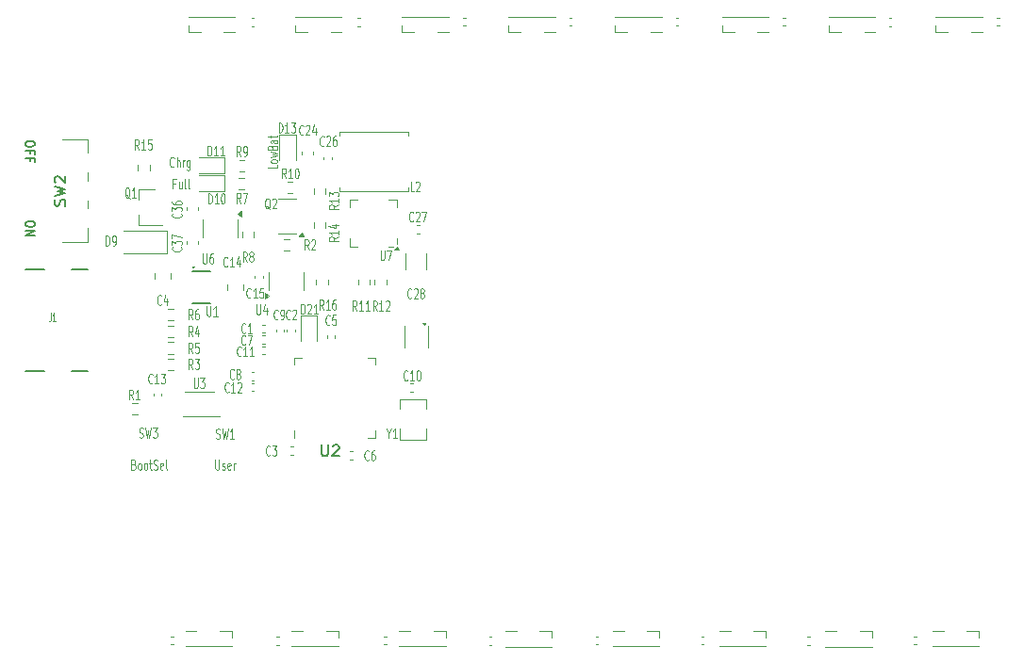
<source format=gbr>
%TF.GenerationSoftware,KiCad,Pcbnew,8.0.2*%
%TF.CreationDate,2024-06-11T14:04:34+02:00*%
%TF.ProjectId,PicoCard,5069636f-4361-4726-942e-6b696361645f,v1.0*%
%TF.SameCoordinates,Original*%
%TF.FileFunction,Legend,Top*%
%TF.FilePolarity,Positive*%
%FSLAX46Y46*%
G04 Gerber Fmt 4.6, Leading zero omitted, Abs format (unit mm)*
G04 Created by KiCad (PCBNEW 8.0.2) date 2024-06-11 14:04:34*
%MOMM*%
%LPD*%
G01*
G04 APERTURE LIST*
%ADD10C,0.200000*%
%ADD11C,0.100000*%
%ADD12C,0.150000*%
%ADD13C,0.050000*%
%ADD14C,0.120000*%
G04 APERTURE END LIST*
D10*
X100918304Y-80664435D02*
X100918304Y-80816816D01*
X100918304Y-80816816D02*
X100880209Y-80893006D01*
X100880209Y-80893006D02*
X100804019Y-80969197D01*
X100804019Y-80969197D02*
X100651638Y-81007292D01*
X100651638Y-81007292D02*
X100384971Y-81007292D01*
X100384971Y-81007292D02*
X100232590Y-80969197D01*
X100232590Y-80969197D02*
X100156400Y-80893006D01*
X100156400Y-80893006D02*
X100118304Y-80816816D01*
X100118304Y-80816816D02*
X100118304Y-80664435D01*
X100118304Y-80664435D02*
X100156400Y-80588244D01*
X100156400Y-80588244D02*
X100232590Y-80512054D01*
X100232590Y-80512054D02*
X100384971Y-80473958D01*
X100384971Y-80473958D02*
X100651638Y-80473958D01*
X100651638Y-80473958D02*
X100804019Y-80512054D01*
X100804019Y-80512054D02*
X100880209Y-80588244D01*
X100880209Y-80588244D02*
X100918304Y-80664435D01*
X100537352Y-81616815D02*
X100537352Y-81350149D01*
X100118304Y-81350149D02*
X100918304Y-81350149D01*
X100918304Y-81350149D02*
X100918304Y-81731101D01*
X100537352Y-82302529D02*
X100537352Y-82035863D01*
X100118304Y-82035863D02*
X100918304Y-82035863D01*
X100918304Y-82035863D02*
X100918304Y-82416815D01*
D11*
X109838646Y-109573228D02*
X109924360Y-109616085D01*
X109924360Y-109616085D02*
X109952931Y-109658942D01*
X109952931Y-109658942D02*
X109981503Y-109744657D01*
X109981503Y-109744657D02*
X109981503Y-109873228D01*
X109981503Y-109873228D02*
X109952931Y-109958942D01*
X109952931Y-109958942D02*
X109924360Y-110001800D01*
X109924360Y-110001800D02*
X109867217Y-110044657D01*
X109867217Y-110044657D02*
X109638646Y-110044657D01*
X109638646Y-110044657D02*
X109638646Y-109144657D01*
X109638646Y-109144657D02*
X109838646Y-109144657D01*
X109838646Y-109144657D02*
X109895789Y-109187514D01*
X109895789Y-109187514D02*
X109924360Y-109230371D01*
X109924360Y-109230371D02*
X109952931Y-109316085D01*
X109952931Y-109316085D02*
X109952931Y-109401800D01*
X109952931Y-109401800D02*
X109924360Y-109487514D01*
X109924360Y-109487514D02*
X109895789Y-109530371D01*
X109895789Y-109530371D02*
X109838646Y-109573228D01*
X109838646Y-109573228D02*
X109638646Y-109573228D01*
X110324360Y-110044657D02*
X110267217Y-110001800D01*
X110267217Y-110001800D02*
X110238646Y-109958942D01*
X110238646Y-109958942D02*
X110210074Y-109873228D01*
X110210074Y-109873228D02*
X110210074Y-109616085D01*
X110210074Y-109616085D02*
X110238646Y-109530371D01*
X110238646Y-109530371D02*
X110267217Y-109487514D01*
X110267217Y-109487514D02*
X110324360Y-109444657D01*
X110324360Y-109444657D02*
X110410074Y-109444657D01*
X110410074Y-109444657D02*
X110467217Y-109487514D01*
X110467217Y-109487514D02*
X110495789Y-109530371D01*
X110495789Y-109530371D02*
X110524360Y-109616085D01*
X110524360Y-109616085D02*
X110524360Y-109873228D01*
X110524360Y-109873228D02*
X110495789Y-109958942D01*
X110495789Y-109958942D02*
X110467217Y-110001800D01*
X110467217Y-110001800D02*
X110410074Y-110044657D01*
X110410074Y-110044657D02*
X110324360Y-110044657D01*
X110867217Y-110044657D02*
X110810074Y-110001800D01*
X110810074Y-110001800D02*
X110781503Y-109958942D01*
X110781503Y-109958942D02*
X110752931Y-109873228D01*
X110752931Y-109873228D02*
X110752931Y-109616085D01*
X110752931Y-109616085D02*
X110781503Y-109530371D01*
X110781503Y-109530371D02*
X110810074Y-109487514D01*
X110810074Y-109487514D02*
X110867217Y-109444657D01*
X110867217Y-109444657D02*
X110952931Y-109444657D01*
X110952931Y-109444657D02*
X111010074Y-109487514D01*
X111010074Y-109487514D02*
X111038646Y-109530371D01*
X111038646Y-109530371D02*
X111067217Y-109616085D01*
X111067217Y-109616085D02*
X111067217Y-109873228D01*
X111067217Y-109873228D02*
X111038646Y-109958942D01*
X111038646Y-109958942D02*
X111010074Y-110001800D01*
X111010074Y-110001800D02*
X110952931Y-110044657D01*
X110952931Y-110044657D02*
X110867217Y-110044657D01*
X111238645Y-109444657D02*
X111467217Y-109444657D01*
X111324360Y-109144657D02*
X111324360Y-109916085D01*
X111324360Y-109916085D02*
X111352931Y-110001800D01*
X111352931Y-110001800D02*
X111410074Y-110044657D01*
X111410074Y-110044657D02*
X111467217Y-110044657D01*
X111638645Y-110001800D02*
X111724360Y-110044657D01*
X111724360Y-110044657D02*
X111867217Y-110044657D01*
X111867217Y-110044657D02*
X111924360Y-110001800D01*
X111924360Y-110001800D02*
X111952931Y-109958942D01*
X111952931Y-109958942D02*
X111981502Y-109873228D01*
X111981502Y-109873228D02*
X111981502Y-109787514D01*
X111981502Y-109787514D02*
X111952931Y-109701800D01*
X111952931Y-109701800D02*
X111924360Y-109658942D01*
X111924360Y-109658942D02*
X111867217Y-109616085D01*
X111867217Y-109616085D02*
X111752931Y-109573228D01*
X111752931Y-109573228D02*
X111695788Y-109530371D01*
X111695788Y-109530371D02*
X111667217Y-109487514D01*
X111667217Y-109487514D02*
X111638645Y-109401800D01*
X111638645Y-109401800D02*
X111638645Y-109316085D01*
X111638645Y-109316085D02*
X111667217Y-109230371D01*
X111667217Y-109230371D02*
X111695788Y-109187514D01*
X111695788Y-109187514D02*
X111752931Y-109144657D01*
X111752931Y-109144657D02*
X111895788Y-109144657D01*
X111895788Y-109144657D02*
X111981502Y-109187514D01*
X112467217Y-110001800D02*
X112410074Y-110044657D01*
X112410074Y-110044657D02*
X112295789Y-110044657D01*
X112295789Y-110044657D02*
X112238646Y-110001800D01*
X112238646Y-110001800D02*
X112210074Y-109916085D01*
X112210074Y-109916085D02*
X112210074Y-109573228D01*
X112210074Y-109573228D02*
X112238646Y-109487514D01*
X112238646Y-109487514D02*
X112295789Y-109444657D01*
X112295789Y-109444657D02*
X112410074Y-109444657D01*
X112410074Y-109444657D02*
X112467217Y-109487514D01*
X112467217Y-109487514D02*
X112495789Y-109573228D01*
X112495789Y-109573228D02*
X112495789Y-109658942D01*
X112495789Y-109658942D02*
X112210074Y-109744657D01*
X112838646Y-110044657D02*
X112781503Y-110001800D01*
X112781503Y-110001800D02*
X112752932Y-109916085D01*
X112752932Y-109916085D02*
X112752932Y-109144657D01*
D10*
X100948304Y-87864435D02*
X100948304Y-88016816D01*
X100948304Y-88016816D02*
X100910209Y-88093006D01*
X100910209Y-88093006D02*
X100834019Y-88169197D01*
X100834019Y-88169197D02*
X100681638Y-88207292D01*
X100681638Y-88207292D02*
X100414971Y-88207292D01*
X100414971Y-88207292D02*
X100262590Y-88169197D01*
X100262590Y-88169197D02*
X100186400Y-88093006D01*
X100186400Y-88093006D02*
X100148304Y-88016816D01*
X100148304Y-88016816D02*
X100148304Y-87864435D01*
X100148304Y-87864435D02*
X100186400Y-87788244D01*
X100186400Y-87788244D02*
X100262590Y-87712054D01*
X100262590Y-87712054D02*
X100414971Y-87673958D01*
X100414971Y-87673958D02*
X100681638Y-87673958D01*
X100681638Y-87673958D02*
X100834019Y-87712054D01*
X100834019Y-87712054D02*
X100910209Y-87788244D01*
X100910209Y-87788244D02*
X100948304Y-87864435D01*
X100148304Y-88550149D02*
X100948304Y-88550149D01*
X100948304Y-88550149D02*
X100148304Y-89007292D01*
X100148304Y-89007292D02*
X100948304Y-89007292D01*
D11*
X122734656Y-82625639D02*
X122734656Y-82911353D01*
X122734656Y-82911353D02*
X121834656Y-82911353D01*
X122734656Y-82339925D02*
X122691799Y-82397068D01*
X122691799Y-82397068D02*
X122648941Y-82425639D01*
X122648941Y-82425639D02*
X122563227Y-82454211D01*
X122563227Y-82454211D02*
X122306084Y-82454211D01*
X122306084Y-82454211D02*
X122220370Y-82425639D01*
X122220370Y-82425639D02*
X122177513Y-82397068D01*
X122177513Y-82397068D02*
X122134656Y-82339925D01*
X122134656Y-82339925D02*
X122134656Y-82254211D01*
X122134656Y-82254211D02*
X122177513Y-82197068D01*
X122177513Y-82197068D02*
X122220370Y-82168497D01*
X122220370Y-82168497D02*
X122306084Y-82139925D01*
X122306084Y-82139925D02*
X122563227Y-82139925D01*
X122563227Y-82139925D02*
X122648941Y-82168497D01*
X122648941Y-82168497D02*
X122691799Y-82197068D01*
X122691799Y-82197068D02*
X122734656Y-82254211D01*
X122734656Y-82254211D02*
X122734656Y-82339925D01*
X122134656Y-81939925D02*
X122734656Y-81825640D01*
X122734656Y-81825640D02*
X122306084Y-81711354D01*
X122306084Y-81711354D02*
X122734656Y-81597068D01*
X122734656Y-81597068D02*
X122134656Y-81482782D01*
X122263227Y-81054211D02*
X122306084Y-80968497D01*
X122306084Y-80968497D02*
X122348941Y-80939926D01*
X122348941Y-80939926D02*
X122434656Y-80911354D01*
X122434656Y-80911354D02*
X122563227Y-80911354D01*
X122563227Y-80911354D02*
X122648941Y-80939926D01*
X122648941Y-80939926D02*
X122691799Y-80968497D01*
X122691799Y-80968497D02*
X122734656Y-81025640D01*
X122734656Y-81025640D02*
X122734656Y-81254211D01*
X122734656Y-81254211D02*
X121834656Y-81254211D01*
X121834656Y-81254211D02*
X121834656Y-81054211D01*
X121834656Y-81054211D02*
X121877513Y-80997069D01*
X121877513Y-80997069D02*
X121920370Y-80968497D01*
X121920370Y-80968497D02*
X122006084Y-80939926D01*
X122006084Y-80939926D02*
X122091799Y-80939926D01*
X122091799Y-80939926D02*
X122177513Y-80968497D01*
X122177513Y-80968497D02*
X122220370Y-80997069D01*
X122220370Y-80997069D02*
X122263227Y-81054211D01*
X122263227Y-81054211D02*
X122263227Y-81254211D01*
X122734656Y-80397069D02*
X122263227Y-80397069D01*
X122263227Y-80397069D02*
X122177513Y-80425640D01*
X122177513Y-80425640D02*
X122134656Y-80482783D01*
X122134656Y-80482783D02*
X122134656Y-80597069D01*
X122134656Y-80597069D02*
X122177513Y-80654211D01*
X122691799Y-80397069D02*
X122734656Y-80454211D01*
X122734656Y-80454211D02*
X122734656Y-80597069D01*
X122734656Y-80597069D02*
X122691799Y-80654211D01*
X122691799Y-80654211D02*
X122606084Y-80682783D01*
X122606084Y-80682783D02*
X122520370Y-80682783D01*
X122520370Y-80682783D02*
X122434656Y-80654211D01*
X122434656Y-80654211D02*
X122391799Y-80597069D01*
X122391799Y-80597069D02*
X122391799Y-80454211D01*
X122391799Y-80454211D02*
X122348941Y-80397069D01*
X122134656Y-80197069D02*
X122134656Y-79968497D01*
X121834656Y-80111354D02*
X122606084Y-80111354D01*
X122606084Y-80111354D02*
X122691799Y-80082783D01*
X122691799Y-80082783D02*
X122734656Y-80025640D01*
X122734656Y-80025640D02*
X122734656Y-79968497D01*
X117168646Y-109144657D02*
X117168646Y-109873228D01*
X117168646Y-109873228D02*
X117197217Y-109958942D01*
X117197217Y-109958942D02*
X117225789Y-110001800D01*
X117225789Y-110001800D02*
X117282931Y-110044657D01*
X117282931Y-110044657D02*
X117397217Y-110044657D01*
X117397217Y-110044657D02*
X117454360Y-110001800D01*
X117454360Y-110001800D02*
X117482931Y-109958942D01*
X117482931Y-109958942D02*
X117511503Y-109873228D01*
X117511503Y-109873228D02*
X117511503Y-109144657D01*
X117768645Y-110001800D02*
X117825788Y-110044657D01*
X117825788Y-110044657D02*
X117940074Y-110044657D01*
X117940074Y-110044657D02*
X117997217Y-110001800D01*
X117997217Y-110001800D02*
X118025788Y-109916085D01*
X118025788Y-109916085D02*
X118025788Y-109873228D01*
X118025788Y-109873228D02*
X117997217Y-109787514D01*
X117997217Y-109787514D02*
X117940074Y-109744657D01*
X117940074Y-109744657D02*
X117854360Y-109744657D01*
X117854360Y-109744657D02*
X117797217Y-109701800D01*
X117797217Y-109701800D02*
X117768645Y-109616085D01*
X117768645Y-109616085D02*
X117768645Y-109573228D01*
X117768645Y-109573228D02*
X117797217Y-109487514D01*
X117797217Y-109487514D02*
X117854360Y-109444657D01*
X117854360Y-109444657D02*
X117940074Y-109444657D01*
X117940074Y-109444657D02*
X117997217Y-109487514D01*
X118511502Y-110001800D02*
X118454359Y-110044657D01*
X118454359Y-110044657D02*
X118340074Y-110044657D01*
X118340074Y-110044657D02*
X118282931Y-110001800D01*
X118282931Y-110001800D02*
X118254359Y-109916085D01*
X118254359Y-109916085D02*
X118254359Y-109573228D01*
X118254359Y-109573228D02*
X118282931Y-109487514D01*
X118282931Y-109487514D02*
X118340074Y-109444657D01*
X118340074Y-109444657D02*
X118454359Y-109444657D01*
X118454359Y-109444657D02*
X118511502Y-109487514D01*
X118511502Y-109487514D02*
X118540074Y-109573228D01*
X118540074Y-109573228D02*
X118540074Y-109658942D01*
X118540074Y-109658942D02*
X118254359Y-109744657D01*
X118797217Y-110044657D02*
X118797217Y-109444657D01*
X118797217Y-109616085D02*
X118825788Y-109530371D01*
X118825788Y-109530371D02*
X118854360Y-109487514D01*
X118854360Y-109487514D02*
X118911502Y-109444657D01*
X118911502Y-109444657D02*
X118968645Y-109444657D01*
X113451503Y-82748942D02*
X113422931Y-82791800D01*
X113422931Y-82791800D02*
X113337217Y-82834657D01*
X113337217Y-82834657D02*
X113280074Y-82834657D01*
X113280074Y-82834657D02*
X113194360Y-82791800D01*
X113194360Y-82791800D02*
X113137217Y-82706085D01*
X113137217Y-82706085D02*
X113108646Y-82620371D01*
X113108646Y-82620371D02*
X113080074Y-82448942D01*
X113080074Y-82448942D02*
X113080074Y-82320371D01*
X113080074Y-82320371D02*
X113108646Y-82148942D01*
X113108646Y-82148942D02*
X113137217Y-82063228D01*
X113137217Y-82063228D02*
X113194360Y-81977514D01*
X113194360Y-81977514D02*
X113280074Y-81934657D01*
X113280074Y-81934657D02*
X113337217Y-81934657D01*
X113337217Y-81934657D02*
X113422931Y-81977514D01*
X113422931Y-81977514D02*
X113451503Y-82020371D01*
X113708646Y-82834657D02*
X113708646Y-81934657D01*
X113965789Y-82834657D02*
X113965789Y-82363228D01*
X113965789Y-82363228D02*
X113937217Y-82277514D01*
X113937217Y-82277514D02*
X113880074Y-82234657D01*
X113880074Y-82234657D02*
X113794360Y-82234657D01*
X113794360Y-82234657D02*
X113737217Y-82277514D01*
X113737217Y-82277514D02*
X113708646Y-82320371D01*
X114251503Y-82834657D02*
X114251503Y-82234657D01*
X114251503Y-82406085D02*
X114280074Y-82320371D01*
X114280074Y-82320371D02*
X114308646Y-82277514D01*
X114308646Y-82277514D02*
X114365788Y-82234657D01*
X114365788Y-82234657D02*
X114422931Y-82234657D01*
X114880075Y-82234657D02*
X114880075Y-82963228D01*
X114880075Y-82963228D02*
X114851503Y-83048942D01*
X114851503Y-83048942D02*
X114822932Y-83091800D01*
X114822932Y-83091800D02*
X114765789Y-83134657D01*
X114765789Y-83134657D02*
X114680075Y-83134657D01*
X114680075Y-83134657D02*
X114622932Y-83091800D01*
X114880075Y-82791800D02*
X114822932Y-82834657D01*
X114822932Y-82834657D02*
X114708646Y-82834657D01*
X114708646Y-82834657D02*
X114651503Y-82791800D01*
X114651503Y-82791800D02*
X114622932Y-82748942D01*
X114622932Y-82748942D02*
X114594360Y-82663228D01*
X114594360Y-82663228D02*
X114594360Y-82406085D01*
X114594360Y-82406085D02*
X114622932Y-82320371D01*
X114622932Y-82320371D02*
X114651503Y-82277514D01*
X114651503Y-82277514D02*
X114708646Y-82234657D01*
X114708646Y-82234657D02*
X114822932Y-82234657D01*
X114822932Y-82234657D02*
X114880075Y-82277514D01*
X113558646Y-84313228D02*
X113358646Y-84313228D01*
X113358646Y-84784657D02*
X113358646Y-83884657D01*
X113358646Y-83884657D02*
X113644360Y-83884657D01*
X114130075Y-84184657D02*
X114130075Y-84784657D01*
X113872932Y-84184657D02*
X113872932Y-84656085D01*
X113872932Y-84656085D02*
X113901503Y-84741800D01*
X113901503Y-84741800D02*
X113958646Y-84784657D01*
X113958646Y-84784657D02*
X114044360Y-84784657D01*
X114044360Y-84784657D02*
X114101503Y-84741800D01*
X114101503Y-84741800D02*
X114130075Y-84698942D01*
X114501503Y-84784657D02*
X114444360Y-84741800D01*
X114444360Y-84741800D02*
X114415789Y-84656085D01*
X114415789Y-84656085D02*
X114415789Y-83884657D01*
X114815789Y-84784657D02*
X114758646Y-84741800D01*
X114758646Y-84741800D02*
X114730075Y-84656085D01*
X114730075Y-84656085D02*
X114730075Y-83884657D01*
X131992857Y-90321157D02*
X131992857Y-91049728D01*
X131992857Y-91049728D02*
X132021428Y-91135442D01*
X132021428Y-91135442D02*
X132050000Y-91178300D01*
X132050000Y-91178300D02*
X132107142Y-91221157D01*
X132107142Y-91221157D02*
X132221428Y-91221157D01*
X132221428Y-91221157D02*
X132278571Y-91178300D01*
X132278571Y-91178300D02*
X132307142Y-91135442D01*
X132307142Y-91135442D02*
X132335714Y-91049728D01*
X132335714Y-91049728D02*
X132335714Y-90321157D01*
X132564285Y-90321157D02*
X132964285Y-90321157D01*
X132964285Y-90321157D02*
X132707142Y-91221157D01*
X102400268Y-95914895D02*
X102400268Y-96486323D01*
X102400268Y-96486323D02*
X102381221Y-96600609D01*
X102381221Y-96600609D02*
X102343125Y-96676800D01*
X102343125Y-96676800D02*
X102285983Y-96714895D01*
X102285983Y-96714895D02*
X102247887Y-96714895D01*
X102800268Y-96714895D02*
X102571697Y-96714895D01*
X102685983Y-96714895D02*
X102685983Y-95914895D01*
X102685983Y-95914895D02*
X102647887Y-96029180D01*
X102647887Y-96029180D02*
X102609792Y-96105371D01*
X102609792Y-96105371D02*
X102571697Y-96143466D01*
X115232857Y-101801157D02*
X115232857Y-102529728D01*
X115232857Y-102529728D02*
X115261428Y-102615442D01*
X115261428Y-102615442D02*
X115290000Y-102658300D01*
X115290000Y-102658300D02*
X115347142Y-102701157D01*
X115347142Y-102701157D02*
X115461428Y-102701157D01*
X115461428Y-102701157D02*
X115518571Y-102658300D01*
X115518571Y-102658300D02*
X115547142Y-102615442D01*
X115547142Y-102615442D02*
X115575714Y-102529728D01*
X115575714Y-102529728D02*
X115575714Y-101801157D01*
X115804285Y-101801157D02*
X116175713Y-101801157D01*
X116175713Y-101801157D02*
X115975713Y-102144014D01*
X115975713Y-102144014D02*
X116061428Y-102144014D01*
X116061428Y-102144014D02*
X116118571Y-102186871D01*
X116118571Y-102186871D02*
X116147142Y-102229728D01*
X116147142Y-102229728D02*
X116175713Y-102315442D01*
X116175713Y-102315442D02*
X116175713Y-102529728D01*
X116175713Y-102529728D02*
X116147142Y-102615442D01*
X116147142Y-102615442D02*
X116118571Y-102658300D01*
X116118571Y-102658300D02*
X116061428Y-102701157D01*
X116061428Y-102701157D02*
X115889999Y-102701157D01*
X115889999Y-102701157D02*
X115832856Y-102658300D01*
X115832856Y-102658300D02*
X115804285Y-102615442D01*
X123870000Y-96455442D02*
X123841428Y-96498300D01*
X123841428Y-96498300D02*
X123755714Y-96541157D01*
X123755714Y-96541157D02*
X123698571Y-96541157D01*
X123698571Y-96541157D02*
X123612857Y-96498300D01*
X123612857Y-96498300D02*
X123555714Y-96412585D01*
X123555714Y-96412585D02*
X123527143Y-96326871D01*
X123527143Y-96326871D02*
X123498571Y-96155442D01*
X123498571Y-96155442D02*
X123498571Y-96026871D01*
X123498571Y-96026871D02*
X123527143Y-95855442D01*
X123527143Y-95855442D02*
X123555714Y-95769728D01*
X123555714Y-95769728D02*
X123612857Y-95684014D01*
X123612857Y-95684014D02*
X123698571Y-95641157D01*
X123698571Y-95641157D02*
X123755714Y-95641157D01*
X123755714Y-95641157D02*
X123841428Y-95684014D01*
X123841428Y-95684014D02*
X123870000Y-95726871D01*
X124098571Y-95726871D02*
X124127143Y-95684014D01*
X124127143Y-95684014D02*
X124184286Y-95641157D01*
X124184286Y-95641157D02*
X124327143Y-95641157D01*
X124327143Y-95641157D02*
X124384286Y-95684014D01*
X124384286Y-95684014D02*
X124412857Y-95726871D01*
X124412857Y-95726871D02*
X124441428Y-95812585D01*
X124441428Y-95812585D02*
X124441428Y-95898300D01*
X124441428Y-95898300D02*
X124412857Y-96026871D01*
X124412857Y-96026871D02*
X124070000Y-96541157D01*
X124070000Y-96541157D02*
X124441428Y-96541157D01*
X124861428Y-96021157D02*
X124861428Y-95121157D01*
X124861428Y-95121157D02*
X125004285Y-95121157D01*
X125004285Y-95121157D02*
X125089999Y-95164014D01*
X125089999Y-95164014D02*
X125147142Y-95249728D01*
X125147142Y-95249728D02*
X125175713Y-95335442D01*
X125175713Y-95335442D02*
X125204285Y-95506871D01*
X125204285Y-95506871D02*
X125204285Y-95635442D01*
X125204285Y-95635442D02*
X125175713Y-95806871D01*
X125175713Y-95806871D02*
X125147142Y-95892585D01*
X125147142Y-95892585D02*
X125089999Y-95978300D01*
X125089999Y-95978300D02*
X125004285Y-96021157D01*
X125004285Y-96021157D02*
X124861428Y-96021157D01*
X125432856Y-95206871D02*
X125461428Y-95164014D01*
X125461428Y-95164014D02*
X125518571Y-95121157D01*
X125518571Y-95121157D02*
X125661428Y-95121157D01*
X125661428Y-95121157D02*
X125718571Y-95164014D01*
X125718571Y-95164014D02*
X125747142Y-95206871D01*
X125747142Y-95206871D02*
X125775713Y-95292585D01*
X125775713Y-95292585D02*
X125775713Y-95378300D01*
X125775713Y-95378300D02*
X125747142Y-95506871D01*
X125747142Y-95506871D02*
X125404285Y-96021157D01*
X125404285Y-96021157D02*
X125775713Y-96021157D01*
X126347142Y-96021157D02*
X126004285Y-96021157D01*
X126175714Y-96021157D02*
X126175714Y-95121157D01*
X126175714Y-95121157D02*
X126118571Y-95249728D01*
X126118571Y-95249728D02*
X126061428Y-95335442D01*
X126061428Y-95335442D02*
X126004285Y-95378300D01*
D12*
X126713094Y-107812319D02*
X126713094Y-108621842D01*
X126713094Y-108621842D02*
X126760713Y-108717080D01*
X126760713Y-108717080D02*
X126808332Y-108764700D01*
X126808332Y-108764700D02*
X126903570Y-108812319D01*
X126903570Y-108812319D02*
X127094046Y-108812319D01*
X127094046Y-108812319D02*
X127189284Y-108764700D01*
X127189284Y-108764700D02*
X127236903Y-108717080D01*
X127236903Y-108717080D02*
X127284522Y-108621842D01*
X127284522Y-108621842D02*
X127284522Y-107812319D01*
X127713094Y-107907557D02*
X127760713Y-107859938D01*
X127760713Y-107859938D02*
X127855951Y-107812319D01*
X127855951Y-107812319D02*
X128094046Y-107812319D01*
X128094046Y-107812319D02*
X128189284Y-107859938D01*
X128189284Y-107859938D02*
X128236903Y-107907557D01*
X128236903Y-107907557D02*
X128284522Y-108002795D01*
X128284522Y-108002795D02*
X128284522Y-108098033D01*
X128284522Y-108098033D02*
X128236903Y-108240890D01*
X128236903Y-108240890D02*
X127665475Y-108812319D01*
X127665475Y-108812319D02*
X128284522Y-108812319D01*
D11*
X109482857Y-85676871D02*
X109425714Y-85634014D01*
X109425714Y-85634014D02*
X109368571Y-85548300D01*
X109368571Y-85548300D02*
X109282857Y-85419728D01*
X109282857Y-85419728D02*
X109225714Y-85376871D01*
X109225714Y-85376871D02*
X109168571Y-85376871D01*
X109197142Y-85591157D02*
X109140000Y-85548300D01*
X109140000Y-85548300D02*
X109082857Y-85462585D01*
X109082857Y-85462585D02*
X109054285Y-85291157D01*
X109054285Y-85291157D02*
X109054285Y-84991157D01*
X109054285Y-84991157D02*
X109082857Y-84819728D01*
X109082857Y-84819728D02*
X109140000Y-84734014D01*
X109140000Y-84734014D02*
X109197142Y-84691157D01*
X109197142Y-84691157D02*
X109311428Y-84691157D01*
X109311428Y-84691157D02*
X109368571Y-84734014D01*
X109368571Y-84734014D02*
X109425714Y-84819728D01*
X109425714Y-84819728D02*
X109454285Y-84991157D01*
X109454285Y-84991157D02*
X109454285Y-85291157D01*
X109454285Y-85291157D02*
X109425714Y-85462585D01*
X109425714Y-85462585D02*
X109368571Y-85548300D01*
X109368571Y-85548300D02*
X109311428Y-85591157D01*
X109311428Y-85591157D02*
X109197142Y-85591157D01*
X110025713Y-85591157D02*
X109682856Y-85591157D01*
X109854285Y-85591157D02*
X109854285Y-84691157D01*
X109854285Y-84691157D02*
X109797142Y-84819728D01*
X109797142Y-84819728D02*
X109739999Y-84905442D01*
X109739999Y-84905442D02*
X109682856Y-84948300D01*
X126864285Y-95661157D02*
X126664285Y-95232585D01*
X126521428Y-95661157D02*
X126521428Y-94761157D01*
X126521428Y-94761157D02*
X126749999Y-94761157D01*
X126749999Y-94761157D02*
X126807142Y-94804014D01*
X126807142Y-94804014D02*
X126835713Y-94846871D01*
X126835713Y-94846871D02*
X126864285Y-94932585D01*
X126864285Y-94932585D02*
X126864285Y-95061157D01*
X126864285Y-95061157D02*
X126835713Y-95146871D01*
X126835713Y-95146871D02*
X126807142Y-95189728D01*
X126807142Y-95189728D02*
X126749999Y-95232585D01*
X126749999Y-95232585D02*
X126521428Y-95232585D01*
X127435713Y-95661157D02*
X127092856Y-95661157D01*
X127264285Y-95661157D02*
X127264285Y-94761157D01*
X127264285Y-94761157D02*
X127207142Y-94889728D01*
X127207142Y-94889728D02*
X127149999Y-94975442D01*
X127149999Y-94975442D02*
X127092856Y-95018300D01*
X127950000Y-94761157D02*
X127835714Y-94761157D01*
X127835714Y-94761157D02*
X127778571Y-94804014D01*
X127778571Y-94804014D02*
X127750000Y-94846871D01*
X127750000Y-94846871D02*
X127692857Y-94975442D01*
X127692857Y-94975442D02*
X127664285Y-95146871D01*
X127664285Y-95146871D02*
X127664285Y-95489728D01*
X127664285Y-95489728D02*
X127692857Y-95575442D01*
X127692857Y-95575442D02*
X127721428Y-95618300D01*
X127721428Y-95618300D02*
X127778571Y-95661157D01*
X127778571Y-95661157D02*
X127892857Y-95661157D01*
X127892857Y-95661157D02*
X127950000Y-95618300D01*
X127950000Y-95618300D02*
X127978571Y-95575442D01*
X127978571Y-95575442D02*
X128007142Y-95489728D01*
X128007142Y-95489728D02*
X128007142Y-95275442D01*
X128007142Y-95275442D02*
X127978571Y-95189728D01*
X127978571Y-95189728D02*
X127950000Y-95146871D01*
X127950000Y-95146871D02*
X127892857Y-95104014D01*
X127892857Y-95104014D02*
X127778571Y-95104014D01*
X127778571Y-95104014D02*
X127721428Y-95146871D01*
X127721428Y-95146871D02*
X127692857Y-95189728D01*
X127692857Y-95189728D02*
X127664285Y-95275442D01*
X119450000Y-81861157D02*
X119250000Y-81432585D01*
X119107143Y-81861157D02*
X119107143Y-80961157D01*
X119107143Y-80961157D02*
X119335714Y-80961157D01*
X119335714Y-80961157D02*
X119392857Y-81004014D01*
X119392857Y-81004014D02*
X119421428Y-81046871D01*
X119421428Y-81046871D02*
X119450000Y-81132585D01*
X119450000Y-81132585D02*
X119450000Y-81261157D01*
X119450000Y-81261157D02*
X119421428Y-81346871D01*
X119421428Y-81346871D02*
X119392857Y-81389728D01*
X119392857Y-81389728D02*
X119335714Y-81432585D01*
X119335714Y-81432585D02*
X119107143Y-81432585D01*
X119735714Y-81861157D02*
X119850000Y-81861157D01*
X119850000Y-81861157D02*
X119907143Y-81818300D01*
X119907143Y-81818300D02*
X119935714Y-81775442D01*
X119935714Y-81775442D02*
X119992857Y-81646871D01*
X119992857Y-81646871D02*
X120021428Y-81475442D01*
X120021428Y-81475442D02*
X120021428Y-81132585D01*
X120021428Y-81132585D02*
X119992857Y-81046871D01*
X119992857Y-81046871D02*
X119964286Y-81004014D01*
X119964286Y-81004014D02*
X119907143Y-80961157D01*
X119907143Y-80961157D02*
X119792857Y-80961157D01*
X119792857Y-80961157D02*
X119735714Y-81004014D01*
X119735714Y-81004014D02*
X119707143Y-81046871D01*
X119707143Y-81046871D02*
X119678571Y-81132585D01*
X119678571Y-81132585D02*
X119678571Y-81346871D01*
X119678571Y-81346871D02*
X119707143Y-81432585D01*
X119707143Y-81432585D02*
X119735714Y-81475442D01*
X119735714Y-81475442D02*
X119792857Y-81518300D01*
X119792857Y-81518300D02*
X119907143Y-81518300D01*
X119907143Y-81518300D02*
X119964286Y-81475442D01*
X119964286Y-81475442D02*
X119992857Y-81432585D01*
X119992857Y-81432585D02*
X120021428Y-81346871D01*
X107329644Y-89911157D02*
X107329644Y-89011157D01*
X107329644Y-89011157D02*
X107472501Y-89011157D01*
X107472501Y-89011157D02*
X107558215Y-89054014D01*
X107558215Y-89054014D02*
X107615358Y-89139728D01*
X107615358Y-89139728D02*
X107643929Y-89225442D01*
X107643929Y-89225442D02*
X107672501Y-89396871D01*
X107672501Y-89396871D02*
X107672501Y-89525442D01*
X107672501Y-89525442D02*
X107643929Y-89696871D01*
X107643929Y-89696871D02*
X107615358Y-89782585D01*
X107615358Y-89782585D02*
X107558215Y-89868300D01*
X107558215Y-89868300D02*
X107472501Y-89911157D01*
X107472501Y-89911157D02*
X107329644Y-89911157D01*
X107958215Y-89911157D02*
X108072501Y-89911157D01*
X108072501Y-89911157D02*
X108129644Y-89868300D01*
X108129644Y-89868300D02*
X108158215Y-89825442D01*
X108158215Y-89825442D02*
X108215358Y-89696871D01*
X108215358Y-89696871D02*
X108243929Y-89525442D01*
X108243929Y-89525442D02*
X108243929Y-89182585D01*
X108243929Y-89182585D02*
X108215358Y-89096871D01*
X108215358Y-89096871D02*
X108186787Y-89054014D01*
X108186787Y-89054014D02*
X108129644Y-89011157D01*
X108129644Y-89011157D02*
X108015358Y-89011157D01*
X108015358Y-89011157D02*
X107958215Y-89054014D01*
X107958215Y-89054014D02*
X107929644Y-89096871D01*
X107929644Y-89096871D02*
X107901072Y-89182585D01*
X107901072Y-89182585D02*
X107901072Y-89396871D01*
X107901072Y-89396871D02*
X107929644Y-89482585D01*
X107929644Y-89482585D02*
X107958215Y-89525442D01*
X107958215Y-89525442D02*
X108015358Y-89568300D01*
X108015358Y-89568300D02*
X108129644Y-89568300D01*
X108129644Y-89568300D02*
X108186787Y-89525442D01*
X108186787Y-89525442D02*
X108215358Y-89482585D01*
X108215358Y-89482585D02*
X108243929Y-89396871D01*
D12*
X103657200Y-86323332D02*
X103704819Y-86180475D01*
X103704819Y-86180475D02*
X103704819Y-85942380D01*
X103704819Y-85942380D02*
X103657200Y-85847142D01*
X103657200Y-85847142D02*
X103609580Y-85799523D01*
X103609580Y-85799523D02*
X103514342Y-85751904D01*
X103514342Y-85751904D02*
X103419104Y-85751904D01*
X103419104Y-85751904D02*
X103323866Y-85799523D01*
X103323866Y-85799523D02*
X103276247Y-85847142D01*
X103276247Y-85847142D02*
X103228628Y-85942380D01*
X103228628Y-85942380D02*
X103181009Y-86132856D01*
X103181009Y-86132856D02*
X103133390Y-86228094D01*
X103133390Y-86228094D02*
X103085771Y-86275713D01*
X103085771Y-86275713D02*
X102990533Y-86323332D01*
X102990533Y-86323332D02*
X102895295Y-86323332D01*
X102895295Y-86323332D02*
X102800057Y-86275713D01*
X102800057Y-86275713D02*
X102752438Y-86228094D01*
X102752438Y-86228094D02*
X102704819Y-86132856D01*
X102704819Y-86132856D02*
X102704819Y-85894761D01*
X102704819Y-85894761D02*
X102752438Y-85751904D01*
X102704819Y-85418570D02*
X103704819Y-85180475D01*
X103704819Y-85180475D02*
X102990533Y-84989999D01*
X102990533Y-84989999D02*
X103704819Y-84799523D01*
X103704819Y-84799523D02*
X102704819Y-84561428D01*
X102800057Y-84228094D02*
X102752438Y-84180475D01*
X102752438Y-84180475D02*
X102704819Y-84085237D01*
X102704819Y-84085237D02*
X102704819Y-83847142D01*
X102704819Y-83847142D02*
X102752438Y-83751904D01*
X102752438Y-83751904D02*
X102800057Y-83704285D01*
X102800057Y-83704285D02*
X102895295Y-83656666D01*
X102895295Y-83656666D02*
X102990533Y-83656666D01*
X102990533Y-83656666D02*
X103133390Y-83704285D01*
X103133390Y-83704285D02*
X103704819Y-84275713D01*
X103704819Y-84275713D02*
X103704819Y-83656666D01*
D11*
X115130000Y-98051157D02*
X114930000Y-97622585D01*
X114787143Y-98051157D02*
X114787143Y-97151157D01*
X114787143Y-97151157D02*
X115015714Y-97151157D01*
X115015714Y-97151157D02*
X115072857Y-97194014D01*
X115072857Y-97194014D02*
X115101428Y-97236871D01*
X115101428Y-97236871D02*
X115130000Y-97322585D01*
X115130000Y-97322585D02*
X115130000Y-97451157D01*
X115130000Y-97451157D02*
X115101428Y-97536871D01*
X115101428Y-97536871D02*
X115072857Y-97579728D01*
X115072857Y-97579728D02*
X115015714Y-97622585D01*
X115015714Y-97622585D02*
X114787143Y-97622585D01*
X115644286Y-97451157D02*
X115644286Y-98051157D01*
X115501428Y-97108300D02*
X115358571Y-97751157D01*
X115358571Y-97751157D02*
X115730000Y-97751157D01*
X118364284Y-102995442D02*
X118335712Y-103038300D01*
X118335712Y-103038300D02*
X118249998Y-103081157D01*
X118249998Y-103081157D02*
X118192855Y-103081157D01*
X118192855Y-103081157D02*
X118107141Y-103038300D01*
X118107141Y-103038300D02*
X118049998Y-102952585D01*
X118049998Y-102952585D02*
X118021427Y-102866871D01*
X118021427Y-102866871D02*
X117992855Y-102695442D01*
X117992855Y-102695442D02*
X117992855Y-102566871D01*
X117992855Y-102566871D02*
X118021427Y-102395442D01*
X118021427Y-102395442D02*
X118049998Y-102309728D01*
X118049998Y-102309728D02*
X118107141Y-102224014D01*
X118107141Y-102224014D02*
X118192855Y-102181157D01*
X118192855Y-102181157D02*
X118249998Y-102181157D01*
X118249998Y-102181157D02*
X118335712Y-102224014D01*
X118335712Y-102224014D02*
X118364284Y-102266871D01*
X118935712Y-103081157D02*
X118592855Y-103081157D01*
X118764284Y-103081157D02*
X118764284Y-102181157D01*
X118764284Y-102181157D02*
X118707141Y-102309728D01*
X118707141Y-102309728D02*
X118649998Y-102395442D01*
X118649998Y-102395442D02*
X118592855Y-102438300D01*
X119164284Y-102266871D02*
X119192856Y-102224014D01*
X119192856Y-102224014D02*
X119249999Y-102181157D01*
X119249999Y-102181157D02*
X119392856Y-102181157D01*
X119392856Y-102181157D02*
X119449999Y-102224014D01*
X119449999Y-102224014D02*
X119478570Y-102266871D01*
X119478570Y-102266871D02*
X119507141Y-102352585D01*
X119507141Y-102352585D02*
X119507141Y-102438300D01*
X119507141Y-102438300D02*
X119478570Y-102566871D01*
X119478570Y-102566871D02*
X119135713Y-103081157D01*
X119135713Y-103081157D02*
X119507141Y-103081157D01*
X126914284Y-80855442D02*
X126885712Y-80898300D01*
X126885712Y-80898300D02*
X126799998Y-80941157D01*
X126799998Y-80941157D02*
X126742855Y-80941157D01*
X126742855Y-80941157D02*
X126657141Y-80898300D01*
X126657141Y-80898300D02*
X126599998Y-80812585D01*
X126599998Y-80812585D02*
X126571427Y-80726871D01*
X126571427Y-80726871D02*
X126542855Y-80555442D01*
X126542855Y-80555442D02*
X126542855Y-80426871D01*
X126542855Y-80426871D02*
X126571427Y-80255442D01*
X126571427Y-80255442D02*
X126599998Y-80169728D01*
X126599998Y-80169728D02*
X126657141Y-80084014D01*
X126657141Y-80084014D02*
X126742855Y-80041157D01*
X126742855Y-80041157D02*
X126799998Y-80041157D01*
X126799998Y-80041157D02*
X126885712Y-80084014D01*
X126885712Y-80084014D02*
X126914284Y-80126871D01*
X127142855Y-80126871D02*
X127171427Y-80084014D01*
X127171427Y-80084014D02*
X127228570Y-80041157D01*
X127228570Y-80041157D02*
X127371427Y-80041157D01*
X127371427Y-80041157D02*
X127428570Y-80084014D01*
X127428570Y-80084014D02*
X127457141Y-80126871D01*
X127457141Y-80126871D02*
X127485712Y-80212585D01*
X127485712Y-80212585D02*
X127485712Y-80298300D01*
X127485712Y-80298300D02*
X127457141Y-80426871D01*
X127457141Y-80426871D02*
X127114284Y-80941157D01*
X127114284Y-80941157D02*
X127485712Y-80941157D01*
X127999999Y-80041157D02*
X127885713Y-80041157D01*
X127885713Y-80041157D02*
X127828570Y-80084014D01*
X127828570Y-80084014D02*
X127799999Y-80126871D01*
X127799999Y-80126871D02*
X127742856Y-80255442D01*
X127742856Y-80255442D02*
X127714284Y-80426871D01*
X127714284Y-80426871D02*
X127714284Y-80769728D01*
X127714284Y-80769728D02*
X127742856Y-80855442D01*
X127742856Y-80855442D02*
X127771427Y-80898300D01*
X127771427Y-80898300D02*
X127828570Y-80941157D01*
X127828570Y-80941157D02*
X127942856Y-80941157D01*
X127942856Y-80941157D02*
X127999999Y-80898300D01*
X127999999Y-80898300D02*
X128028570Y-80855442D01*
X128028570Y-80855442D02*
X128057141Y-80769728D01*
X128057141Y-80769728D02*
X128057141Y-80555442D01*
X128057141Y-80555442D02*
X128028570Y-80469728D01*
X128028570Y-80469728D02*
X127999999Y-80426871D01*
X127999999Y-80426871D02*
X127942856Y-80384014D01*
X127942856Y-80384014D02*
X127828570Y-80384014D01*
X127828570Y-80384014D02*
X127771427Y-80426871D01*
X127771427Y-80426871D02*
X127742856Y-80469728D01*
X127742856Y-80469728D02*
X127714284Y-80555442D01*
X116042857Y-90611157D02*
X116042857Y-91339728D01*
X116042857Y-91339728D02*
X116071428Y-91425442D01*
X116071428Y-91425442D02*
X116100000Y-91468300D01*
X116100000Y-91468300D02*
X116157142Y-91511157D01*
X116157142Y-91511157D02*
X116271428Y-91511157D01*
X116271428Y-91511157D02*
X116328571Y-91468300D01*
X116328571Y-91468300D02*
X116357142Y-91425442D01*
X116357142Y-91425442D02*
X116385714Y-91339728D01*
X116385714Y-91339728D02*
X116385714Y-90611157D01*
X116928571Y-90611157D02*
X116814285Y-90611157D01*
X116814285Y-90611157D02*
X116757142Y-90654014D01*
X116757142Y-90654014D02*
X116728571Y-90696871D01*
X116728571Y-90696871D02*
X116671428Y-90825442D01*
X116671428Y-90825442D02*
X116642856Y-90996871D01*
X116642856Y-90996871D02*
X116642856Y-91339728D01*
X116642856Y-91339728D02*
X116671428Y-91425442D01*
X116671428Y-91425442D02*
X116699999Y-91468300D01*
X116699999Y-91468300D02*
X116757142Y-91511157D01*
X116757142Y-91511157D02*
X116871428Y-91511157D01*
X116871428Y-91511157D02*
X116928571Y-91468300D01*
X116928571Y-91468300D02*
X116957142Y-91425442D01*
X116957142Y-91425442D02*
X116985713Y-91339728D01*
X116985713Y-91339728D02*
X116985713Y-91125442D01*
X116985713Y-91125442D02*
X116957142Y-91039728D01*
X116957142Y-91039728D02*
X116928571Y-90996871D01*
X116928571Y-90996871D02*
X116871428Y-90954014D01*
X116871428Y-90954014D02*
X116757142Y-90954014D01*
X116757142Y-90954014D02*
X116699999Y-90996871D01*
X116699999Y-90996871D02*
X116671428Y-91039728D01*
X116671428Y-91039728D02*
X116642856Y-91125442D01*
X116521428Y-86111157D02*
X116521428Y-85211157D01*
X116521428Y-85211157D02*
X116664285Y-85211157D01*
X116664285Y-85211157D02*
X116749999Y-85254014D01*
X116749999Y-85254014D02*
X116807142Y-85339728D01*
X116807142Y-85339728D02*
X116835713Y-85425442D01*
X116835713Y-85425442D02*
X116864285Y-85596871D01*
X116864285Y-85596871D02*
X116864285Y-85725442D01*
X116864285Y-85725442D02*
X116835713Y-85896871D01*
X116835713Y-85896871D02*
X116807142Y-85982585D01*
X116807142Y-85982585D02*
X116749999Y-86068300D01*
X116749999Y-86068300D02*
X116664285Y-86111157D01*
X116664285Y-86111157D02*
X116521428Y-86111157D01*
X117435713Y-86111157D02*
X117092856Y-86111157D01*
X117264285Y-86111157D02*
X117264285Y-85211157D01*
X117264285Y-85211157D02*
X117207142Y-85339728D01*
X117207142Y-85339728D02*
X117149999Y-85425442D01*
X117149999Y-85425442D02*
X117092856Y-85468300D01*
X117807142Y-85211157D02*
X117864285Y-85211157D01*
X117864285Y-85211157D02*
X117921428Y-85254014D01*
X117921428Y-85254014D02*
X117950000Y-85296871D01*
X117950000Y-85296871D02*
X117978571Y-85382585D01*
X117978571Y-85382585D02*
X118007142Y-85554014D01*
X118007142Y-85554014D02*
X118007142Y-85768300D01*
X118007142Y-85768300D02*
X117978571Y-85939728D01*
X117978571Y-85939728D02*
X117950000Y-86025442D01*
X117950000Y-86025442D02*
X117921428Y-86068300D01*
X117921428Y-86068300D02*
X117864285Y-86111157D01*
X117864285Y-86111157D02*
X117807142Y-86111157D01*
X117807142Y-86111157D02*
X117750000Y-86068300D01*
X117750000Y-86068300D02*
X117721428Y-86025442D01*
X117721428Y-86025442D02*
X117692857Y-85939728D01*
X117692857Y-85939728D02*
X117664285Y-85768300D01*
X117664285Y-85768300D02*
X117664285Y-85554014D01*
X117664285Y-85554014D02*
X117692857Y-85382585D01*
X117692857Y-85382585D02*
X117721428Y-85296871D01*
X117721428Y-85296871D02*
X117750000Y-85254014D01*
X117750000Y-85254014D02*
X117807142Y-85211157D01*
X114075442Y-90035714D02*
X114118300Y-90064286D01*
X114118300Y-90064286D02*
X114161157Y-90150000D01*
X114161157Y-90150000D02*
X114161157Y-90207143D01*
X114161157Y-90207143D02*
X114118300Y-90292857D01*
X114118300Y-90292857D02*
X114032585Y-90350000D01*
X114032585Y-90350000D02*
X113946871Y-90378571D01*
X113946871Y-90378571D02*
X113775442Y-90407143D01*
X113775442Y-90407143D02*
X113646871Y-90407143D01*
X113646871Y-90407143D02*
X113475442Y-90378571D01*
X113475442Y-90378571D02*
X113389728Y-90350000D01*
X113389728Y-90350000D02*
X113304014Y-90292857D01*
X113304014Y-90292857D02*
X113261157Y-90207143D01*
X113261157Y-90207143D02*
X113261157Y-90150000D01*
X113261157Y-90150000D02*
X113304014Y-90064286D01*
X113304014Y-90064286D02*
X113346871Y-90035714D01*
X113261157Y-89835714D02*
X113261157Y-89464286D01*
X113261157Y-89464286D02*
X113604014Y-89664286D01*
X113604014Y-89664286D02*
X113604014Y-89578571D01*
X113604014Y-89578571D02*
X113646871Y-89521429D01*
X113646871Y-89521429D02*
X113689728Y-89492857D01*
X113689728Y-89492857D02*
X113775442Y-89464286D01*
X113775442Y-89464286D02*
X113989728Y-89464286D01*
X113989728Y-89464286D02*
X114075442Y-89492857D01*
X114075442Y-89492857D02*
X114118300Y-89521429D01*
X114118300Y-89521429D02*
X114161157Y-89578571D01*
X114161157Y-89578571D02*
X114161157Y-89750000D01*
X114161157Y-89750000D02*
X114118300Y-89807143D01*
X114118300Y-89807143D02*
X114075442Y-89835714D01*
X113261157Y-89264285D02*
X113261157Y-88864285D01*
X113261157Y-88864285D02*
X114161157Y-89121428D01*
X134434285Y-101935442D02*
X134405713Y-101978300D01*
X134405713Y-101978300D02*
X134319999Y-102021157D01*
X134319999Y-102021157D02*
X134262856Y-102021157D01*
X134262856Y-102021157D02*
X134177142Y-101978300D01*
X134177142Y-101978300D02*
X134119999Y-101892585D01*
X134119999Y-101892585D02*
X134091428Y-101806871D01*
X134091428Y-101806871D02*
X134062856Y-101635442D01*
X134062856Y-101635442D02*
X134062856Y-101506871D01*
X134062856Y-101506871D02*
X134091428Y-101335442D01*
X134091428Y-101335442D02*
X134119999Y-101249728D01*
X134119999Y-101249728D02*
X134177142Y-101164014D01*
X134177142Y-101164014D02*
X134262856Y-101121157D01*
X134262856Y-101121157D02*
X134319999Y-101121157D01*
X134319999Y-101121157D02*
X134405713Y-101164014D01*
X134405713Y-101164014D02*
X134434285Y-101206871D01*
X135005713Y-102021157D02*
X134662856Y-102021157D01*
X134834285Y-102021157D02*
X134834285Y-101121157D01*
X134834285Y-101121157D02*
X134777142Y-101249728D01*
X134777142Y-101249728D02*
X134719999Y-101335442D01*
X134719999Y-101335442D02*
X134662856Y-101378300D01*
X135377142Y-101121157D02*
X135434285Y-101121157D01*
X135434285Y-101121157D02*
X135491428Y-101164014D01*
X135491428Y-101164014D02*
X135520000Y-101206871D01*
X135520000Y-101206871D02*
X135548571Y-101292585D01*
X135548571Y-101292585D02*
X135577142Y-101464014D01*
X135577142Y-101464014D02*
X135577142Y-101678300D01*
X135577142Y-101678300D02*
X135548571Y-101849728D01*
X135548571Y-101849728D02*
X135520000Y-101935442D01*
X135520000Y-101935442D02*
X135491428Y-101978300D01*
X135491428Y-101978300D02*
X135434285Y-102021157D01*
X135434285Y-102021157D02*
X135377142Y-102021157D01*
X135377142Y-102021157D02*
X135320000Y-101978300D01*
X135320000Y-101978300D02*
X135291428Y-101935442D01*
X135291428Y-101935442D02*
X135262857Y-101849728D01*
X135262857Y-101849728D02*
X135234285Y-101678300D01*
X135234285Y-101678300D02*
X135234285Y-101464014D01*
X135234285Y-101464014D02*
X135262857Y-101292585D01*
X135262857Y-101292585D02*
X135291428Y-101206871D01*
X135291428Y-101206871D02*
X135320000Y-101164014D01*
X135320000Y-101164014D02*
X135377142Y-101121157D01*
X122082856Y-86626871D02*
X122025713Y-86584014D01*
X122025713Y-86584014D02*
X121968570Y-86498300D01*
X121968570Y-86498300D02*
X121882856Y-86369728D01*
X121882856Y-86369728D02*
X121825713Y-86326871D01*
X121825713Y-86326871D02*
X121768570Y-86326871D01*
X121797141Y-86541157D02*
X121739999Y-86498300D01*
X121739999Y-86498300D02*
X121682856Y-86412585D01*
X121682856Y-86412585D02*
X121654284Y-86241157D01*
X121654284Y-86241157D02*
X121654284Y-85941157D01*
X121654284Y-85941157D02*
X121682856Y-85769728D01*
X121682856Y-85769728D02*
X121739999Y-85684014D01*
X121739999Y-85684014D02*
X121797141Y-85641157D01*
X121797141Y-85641157D02*
X121911427Y-85641157D01*
X121911427Y-85641157D02*
X121968570Y-85684014D01*
X121968570Y-85684014D02*
X122025713Y-85769728D01*
X122025713Y-85769728D02*
X122054284Y-85941157D01*
X122054284Y-85941157D02*
X122054284Y-86241157D01*
X122054284Y-86241157D02*
X122025713Y-86412585D01*
X122025713Y-86412585D02*
X121968570Y-86498300D01*
X121968570Y-86498300D02*
X121911427Y-86541157D01*
X121911427Y-86541157D02*
X121797141Y-86541157D01*
X122282855Y-85726871D02*
X122311427Y-85684014D01*
X122311427Y-85684014D02*
X122368570Y-85641157D01*
X122368570Y-85641157D02*
X122511427Y-85641157D01*
X122511427Y-85641157D02*
X122568570Y-85684014D01*
X122568570Y-85684014D02*
X122597141Y-85726871D01*
X122597141Y-85726871D02*
X122625712Y-85812585D01*
X122625712Y-85812585D02*
X122625712Y-85898300D01*
X122625712Y-85898300D02*
X122597141Y-86026871D01*
X122597141Y-86026871D02*
X122254284Y-86541157D01*
X122254284Y-86541157D02*
X122625712Y-86541157D01*
X119990000Y-91351157D02*
X119790000Y-90922585D01*
X119647143Y-91351157D02*
X119647143Y-90451157D01*
X119647143Y-90451157D02*
X119875714Y-90451157D01*
X119875714Y-90451157D02*
X119932857Y-90494014D01*
X119932857Y-90494014D02*
X119961428Y-90536871D01*
X119961428Y-90536871D02*
X119990000Y-90622585D01*
X119990000Y-90622585D02*
X119990000Y-90751157D01*
X119990000Y-90751157D02*
X119961428Y-90836871D01*
X119961428Y-90836871D02*
X119932857Y-90879728D01*
X119932857Y-90879728D02*
X119875714Y-90922585D01*
X119875714Y-90922585D02*
X119647143Y-90922585D01*
X120332857Y-90836871D02*
X120275714Y-90794014D01*
X120275714Y-90794014D02*
X120247143Y-90751157D01*
X120247143Y-90751157D02*
X120218571Y-90665442D01*
X120218571Y-90665442D02*
X120218571Y-90622585D01*
X120218571Y-90622585D02*
X120247143Y-90536871D01*
X120247143Y-90536871D02*
X120275714Y-90494014D01*
X120275714Y-90494014D02*
X120332857Y-90451157D01*
X120332857Y-90451157D02*
X120447143Y-90451157D01*
X120447143Y-90451157D02*
X120504286Y-90494014D01*
X120504286Y-90494014D02*
X120532857Y-90536871D01*
X120532857Y-90536871D02*
X120561428Y-90622585D01*
X120561428Y-90622585D02*
X120561428Y-90665442D01*
X120561428Y-90665442D02*
X120532857Y-90751157D01*
X120532857Y-90751157D02*
X120504286Y-90794014D01*
X120504286Y-90794014D02*
X120447143Y-90836871D01*
X120447143Y-90836871D02*
X120332857Y-90836871D01*
X120332857Y-90836871D02*
X120275714Y-90879728D01*
X120275714Y-90879728D02*
X120247143Y-90922585D01*
X120247143Y-90922585D02*
X120218571Y-91008300D01*
X120218571Y-91008300D02*
X120218571Y-91179728D01*
X120218571Y-91179728D02*
X120247143Y-91265442D01*
X120247143Y-91265442D02*
X120275714Y-91308300D01*
X120275714Y-91308300D02*
X120332857Y-91351157D01*
X120332857Y-91351157D02*
X120447143Y-91351157D01*
X120447143Y-91351157D02*
X120504286Y-91308300D01*
X120504286Y-91308300D02*
X120532857Y-91265442D01*
X120532857Y-91265442D02*
X120561428Y-91179728D01*
X120561428Y-91179728D02*
X120561428Y-91008300D01*
X120561428Y-91008300D02*
X120532857Y-90922585D01*
X120532857Y-90922585D02*
X120504286Y-90879728D01*
X120504286Y-90879728D02*
X120447143Y-90836871D01*
X120334284Y-94495442D02*
X120305712Y-94538300D01*
X120305712Y-94538300D02*
X120219998Y-94581157D01*
X120219998Y-94581157D02*
X120162855Y-94581157D01*
X120162855Y-94581157D02*
X120077141Y-94538300D01*
X120077141Y-94538300D02*
X120019998Y-94452585D01*
X120019998Y-94452585D02*
X119991427Y-94366871D01*
X119991427Y-94366871D02*
X119962855Y-94195442D01*
X119962855Y-94195442D02*
X119962855Y-94066871D01*
X119962855Y-94066871D02*
X119991427Y-93895442D01*
X119991427Y-93895442D02*
X120019998Y-93809728D01*
X120019998Y-93809728D02*
X120077141Y-93724014D01*
X120077141Y-93724014D02*
X120162855Y-93681157D01*
X120162855Y-93681157D02*
X120219998Y-93681157D01*
X120219998Y-93681157D02*
X120305712Y-93724014D01*
X120305712Y-93724014D02*
X120334284Y-93766871D01*
X120905712Y-94581157D02*
X120562855Y-94581157D01*
X120734284Y-94581157D02*
X120734284Y-93681157D01*
X120734284Y-93681157D02*
X120677141Y-93809728D01*
X120677141Y-93809728D02*
X120619998Y-93895442D01*
X120619998Y-93895442D02*
X120562855Y-93938300D01*
X121448570Y-93681157D02*
X121162856Y-93681157D01*
X121162856Y-93681157D02*
X121134284Y-94109728D01*
X121134284Y-94109728D02*
X121162856Y-94066871D01*
X121162856Y-94066871D02*
X121219999Y-94024014D01*
X121219999Y-94024014D02*
X121362856Y-94024014D01*
X121362856Y-94024014D02*
X121419999Y-94066871D01*
X121419999Y-94066871D02*
X121448570Y-94109728D01*
X121448570Y-94109728D02*
X121477141Y-94195442D01*
X121477141Y-94195442D02*
X121477141Y-94409728D01*
X121477141Y-94409728D02*
X121448570Y-94495442D01*
X121448570Y-94495442D02*
X121419999Y-94538300D01*
X121419999Y-94538300D02*
X121362856Y-94581157D01*
X121362856Y-94581157D02*
X121219999Y-94581157D01*
X121219999Y-94581157D02*
X121162856Y-94538300D01*
X121162856Y-94538300D02*
X121134284Y-94495442D01*
X128241156Y-86225714D02*
X127812584Y-86425714D01*
X128241156Y-86568571D02*
X127341156Y-86568571D01*
X127341156Y-86568571D02*
X127341156Y-86340000D01*
X127341156Y-86340000D02*
X127384013Y-86282857D01*
X127384013Y-86282857D02*
X127426870Y-86254286D01*
X127426870Y-86254286D02*
X127512584Y-86225714D01*
X127512584Y-86225714D02*
X127641156Y-86225714D01*
X127641156Y-86225714D02*
X127726870Y-86254286D01*
X127726870Y-86254286D02*
X127769727Y-86282857D01*
X127769727Y-86282857D02*
X127812584Y-86340000D01*
X127812584Y-86340000D02*
X127812584Y-86568571D01*
X128241156Y-85654286D02*
X128241156Y-85997143D01*
X128241156Y-85825714D02*
X127341156Y-85825714D01*
X127341156Y-85825714D02*
X127469727Y-85882857D01*
X127469727Y-85882857D02*
X127555441Y-85940000D01*
X127555441Y-85940000D02*
X127598299Y-85997143D01*
X127341156Y-85454285D02*
X127341156Y-85082857D01*
X127341156Y-85082857D02*
X127684013Y-85282857D01*
X127684013Y-85282857D02*
X127684013Y-85197142D01*
X127684013Y-85197142D02*
X127726870Y-85140000D01*
X127726870Y-85140000D02*
X127769727Y-85111428D01*
X127769727Y-85111428D02*
X127855441Y-85082857D01*
X127855441Y-85082857D02*
X128069727Y-85082857D01*
X128069727Y-85082857D02*
X128155441Y-85111428D01*
X128155441Y-85111428D02*
X128198299Y-85140000D01*
X128198299Y-85140000D02*
X128241156Y-85197142D01*
X128241156Y-85197142D02*
X128241156Y-85368571D01*
X128241156Y-85368571D02*
X128198299Y-85425714D01*
X128198299Y-85425714D02*
X128155441Y-85454285D01*
X134944285Y-87655442D02*
X134915713Y-87698300D01*
X134915713Y-87698300D02*
X134829999Y-87741157D01*
X134829999Y-87741157D02*
X134772856Y-87741157D01*
X134772856Y-87741157D02*
X134687142Y-87698300D01*
X134687142Y-87698300D02*
X134629999Y-87612585D01*
X134629999Y-87612585D02*
X134601428Y-87526871D01*
X134601428Y-87526871D02*
X134572856Y-87355442D01*
X134572856Y-87355442D02*
X134572856Y-87226871D01*
X134572856Y-87226871D02*
X134601428Y-87055442D01*
X134601428Y-87055442D02*
X134629999Y-86969728D01*
X134629999Y-86969728D02*
X134687142Y-86884014D01*
X134687142Y-86884014D02*
X134772856Y-86841157D01*
X134772856Y-86841157D02*
X134829999Y-86841157D01*
X134829999Y-86841157D02*
X134915713Y-86884014D01*
X134915713Y-86884014D02*
X134944285Y-86926871D01*
X135172856Y-86926871D02*
X135201428Y-86884014D01*
X135201428Y-86884014D02*
X135258571Y-86841157D01*
X135258571Y-86841157D02*
X135401428Y-86841157D01*
X135401428Y-86841157D02*
X135458571Y-86884014D01*
X135458571Y-86884014D02*
X135487142Y-86926871D01*
X135487142Y-86926871D02*
X135515713Y-87012585D01*
X135515713Y-87012585D02*
X135515713Y-87098300D01*
X135515713Y-87098300D02*
X135487142Y-87226871D01*
X135487142Y-87226871D02*
X135144285Y-87741157D01*
X135144285Y-87741157D02*
X135515713Y-87741157D01*
X135715714Y-86841157D02*
X136115714Y-86841157D01*
X136115714Y-86841157D02*
X135858571Y-87741157D01*
X128261156Y-89105714D02*
X127832584Y-89305714D01*
X128261156Y-89448571D02*
X127361156Y-89448571D01*
X127361156Y-89448571D02*
X127361156Y-89220000D01*
X127361156Y-89220000D02*
X127404013Y-89162857D01*
X127404013Y-89162857D02*
X127446870Y-89134286D01*
X127446870Y-89134286D02*
X127532584Y-89105714D01*
X127532584Y-89105714D02*
X127661156Y-89105714D01*
X127661156Y-89105714D02*
X127746870Y-89134286D01*
X127746870Y-89134286D02*
X127789727Y-89162857D01*
X127789727Y-89162857D02*
X127832584Y-89220000D01*
X127832584Y-89220000D02*
X127832584Y-89448571D01*
X128261156Y-88534286D02*
X128261156Y-88877143D01*
X128261156Y-88705714D02*
X127361156Y-88705714D01*
X127361156Y-88705714D02*
X127489727Y-88762857D01*
X127489727Y-88762857D02*
X127575441Y-88820000D01*
X127575441Y-88820000D02*
X127618299Y-88877143D01*
X127661156Y-88020000D02*
X128261156Y-88020000D01*
X127318299Y-88162857D02*
X127961156Y-88305714D01*
X127961156Y-88305714D02*
X127961156Y-87934285D01*
X127434999Y-96945442D02*
X127406427Y-96988300D01*
X127406427Y-96988300D02*
X127320713Y-97031157D01*
X127320713Y-97031157D02*
X127263570Y-97031157D01*
X127263570Y-97031157D02*
X127177856Y-96988300D01*
X127177856Y-96988300D02*
X127120713Y-96902585D01*
X127120713Y-96902585D02*
X127092142Y-96816871D01*
X127092142Y-96816871D02*
X127063570Y-96645442D01*
X127063570Y-96645442D02*
X127063570Y-96516871D01*
X127063570Y-96516871D02*
X127092142Y-96345442D01*
X127092142Y-96345442D02*
X127120713Y-96259728D01*
X127120713Y-96259728D02*
X127177856Y-96174014D01*
X127177856Y-96174014D02*
X127263570Y-96131157D01*
X127263570Y-96131157D02*
X127320713Y-96131157D01*
X127320713Y-96131157D02*
X127406427Y-96174014D01*
X127406427Y-96174014D02*
X127434999Y-96216871D01*
X127977856Y-96131157D02*
X127692142Y-96131157D01*
X127692142Y-96131157D02*
X127663570Y-96559728D01*
X127663570Y-96559728D02*
X127692142Y-96516871D01*
X127692142Y-96516871D02*
X127749285Y-96474014D01*
X127749285Y-96474014D02*
X127892142Y-96474014D01*
X127892142Y-96474014D02*
X127949285Y-96516871D01*
X127949285Y-96516871D02*
X127977856Y-96559728D01*
X127977856Y-96559728D02*
X128006427Y-96645442D01*
X128006427Y-96645442D02*
X128006427Y-96859728D01*
X128006427Y-96859728D02*
X127977856Y-96945442D01*
X127977856Y-96945442D02*
X127949285Y-96988300D01*
X127949285Y-96988300D02*
X127892142Y-97031157D01*
X127892142Y-97031157D02*
X127749285Y-97031157D01*
X127749285Y-97031157D02*
X127692142Y-96988300D01*
X127692142Y-96988300D02*
X127663570Y-96945442D01*
X109780000Y-103731157D02*
X109580000Y-103302585D01*
X109437143Y-103731157D02*
X109437143Y-102831157D01*
X109437143Y-102831157D02*
X109665714Y-102831157D01*
X109665714Y-102831157D02*
X109722857Y-102874014D01*
X109722857Y-102874014D02*
X109751428Y-102916871D01*
X109751428Y-102916871D02*
X109780000Y-103002585D01*
X109780000Y-103002585D02*
X109780000Y-103131157D01*
X109780000Y-103131157D02*
X109751428Y-103216871D01*
X109751428Y-103216871D02*
X109722857Y-103259728D01*
X109722857Y-103259728D02*
X109665714Y-103302585D01*
X109665714Y-103302585D02*
X109437143Y-103302585D01*
X110351428Y-103731157D02*
X110008571Y-103731157D01*
X110180000Y-103731157D02*
X110180000Y-102831157D01*
X110180000Y-102831157D02*
X110122857Y-102959728D01*
X110122857Y-102959728D02*
X110065714Y-103045442D01*
X110065714Y-103045442D02*
X110008571Y-103088300D01*
X131664284Y-95731157D02*
X131464284Y-95302585D01*
X131321427Y-95731157D02*
X131321427Y-94831157D01*
X131321427Y-94831157D02*
X131549998Y-94831157D01*
X131549998Y-94831157D02*
X131607141Y-94874014D01*
X131607141Y-94874014D02*
X131635712Y-94916871D01*
X131635712Y-94916871D02*
X131664284Y-95002585D01*
X131664284Y-95002585D02*
X131664284Y-95131157D01*
X131664284Y-95131157D02*
X131635712Y-95216871D01*
X131635712Y-95216871D02*
X131607141Y-95259728D01*
X131607141Y-95259728D02*
X131549998Y-95302585D01*
X131549998Y-95302585D02*
X131321427Y-95302585D01*
X132235712Y-95731157D02*
X131892855Y-95731157D01*
X132064284Y-95731157D02*
X132064284Y-94831157D01*
X132064284Y-94831157D02*
X132007141Y-94959728D01*
X132007141Y-94959728D02*
X131949998Y-95045442D01*
X131949998Y-95045442D02*
X131892855Y-95088300D01*
X132464284Y-94916871D02*
X132492856Y-94874014D01*
X132492856Y-94874014D02*
X132549999Y-94831157D01*
X132549999Y-94831157D02*
X132692856Y-94831157D01*
X132692856Y-94831157D02*
X132749999Y-94874014D01*
X132749999Y-94874014D02*
X132778570Y-94916871D01*
X132778570Y-94916871D02*
X132807141Y-95002585D01*
X132807141Y-95002585D02*
X132807141Y-95088300D01*
X132807141Y-95088300D02*
X132778570Y-95216871D01*
X132778570Y-95216871D02*
X132435713Y-95731157D01*
X132435713Y-95731157D02*
X132807141Y-95731157D01*
X115130000Y-96526157D02*
X114930000Y-96097585D01*
X114787143Y-96526157D02*
X114787143Y-95626157D01*
X114787143Y-95626157D02*
X115015714Y-95626157D01*
X115015714Y-95626157D02*
X115072857Y-95669014D01*
X115072857Y-95669014D02*
X115101428Y-95711871D01*
X115101428Y-95711871D02*
X115130000Y-95797585D01*
X115130000Y-95797585D02*
X115130000Y-95926157D01*
X115130000Y-95926157D02*
X115101428Y-96011871D01*
X115101428Y-96011871D02*
X115072857Y-96054728D01*
X115072857Y-96054728D02*
X115015714Y-96097585D01*
X115015714Y-96097585D02*
X114787143Y-96097585D01*
X115644286Y-95626157D02*
X115530000Y-95626157D01*
X115530000Y-95626157D02*
X115472857Y-95669014D01*
X115472857Y-95669014D02*
X115444286Y-95711871D01*
X115444286Y-95711871D02*
X115387143Y-95840442D01*
X115387143Y-95840442D02*
X115358571Y-96011871D01*
X115358571Y-96011871D02*
X115358571Y-96354728D01*
X115358571Y-96354728D02*
X115387143Y-96440442D01*
X115387143Y-96440442D02*
X115415714Y-96483300D01*
X115415714Y-96483300D02*
X115472857Y-96526157D01*
X115472857Y-96526157D02*
X115587143Y-96526157D01*
X115587143Y-96526157D02*
X115644286Y-96483300D01*
X115644286Y-96483300D02*
X115672857Y-96440442D01*
X115672857Y-96440442D02*
X115701428Y-96354728D01*
X115701428Y-96354728D02*
X115701428Y-96140442D01*
X115701428Y-96140442D02*
X115672857Y-96054728D01*
X115672857Y-96054728D02*
X115644286Y-96011871D01*
X115644286Y-96011871D02*
X115587143Y-95969014D01*
X115587143Y-95969014D02*
X115472857Y-95969014D01*
X115472857Y-95969014D02*
X115415714Y-96011871D01*
X115415714Y-96011871D02*
X115387143Y-96054728D01*
X115387143Y-96054728D02*
X115358571Y-96140442D01*
X114075442Y-87010714D02*
X114118300Y-87039286D01*
X114118300Y-87039286D02*
X114161157Y-87125000D01*
X114161157Y-87125000D02*
X114161157Y-87182143D01*
X114161157Y-87182143D02*
X114118300Y-87267857D01*
X114118300Y-87267857D02*
X114032585Y-87325000D01*
X114032585Y-87325000D02*
X113946871Y-87353571D01*
X113946871Y-87353571D02*
X113775442Y-87382143D01*
X113775442Y-87382143D02*
X113646871Y-87382143D01*
X113646871Y-87382143D02*
X113475442Y-87353571D01*
X113475442Y-87353571D02*
X113389728Y-87325000D01*
X113389728Y-87325000D02*
X113304014Y-87267857D01*
X113304014Y-87267857D02*
X113261157Y-87182143D01*
X113261157Y-87182143D02*
X113261157Y-87125000D01*
X113261157Y-87125000D02*
X113304014Y-87039286D01*
X113304014Y-87039286D02*
X113346871Y-87010714D01*
X113261157Y-86810714D02*
X113261157Y-86439286D01*
X113261157Y-86439286D02*
X113604014Y-86639286D01*
X113604014Y-86639286D02*
X113604014Y-86553571D01*
X113604014Y-86553571D02*
X113646871Y-86496429D01*
X113646871Y-86496429D02*
X113689728Y-86467857D01*
X113689728Y-86467857D02*
X113775442Y-86439286D01*
X113775442Y-86439286D02*
X113989728Y-86439286D01*
X113989728Y-86439286D02*
X114075442Y-86467857D01*
X114075442Y-86467857D02*
X114118300Y-86496429D01*
X114118300Y-86496429D02*
X114161157Y-86553571D01*
X114161157Y-86553571D02*
X114161157Y-86725000D01*
X114161157Y-86725000D02*
X114118300Y-86782143D01*
X114118300Y-86782143D02*
X114075442Y-86810714D01*
X113261157Y-85925000D02*
X113261157Y-86039285D01*
X113261157Y-86039285D02*
X113304014Y-86096428D01*
X113304014Y-86096428D02*
X113346871Y-86125000D01*
X113346871Y-86125000D02*
X113475442Y-86182142D01*
X113475442Y-86182142D02*
X113646871Y-86210714D01*
X113646871Y-86210714D02*
X113989728Y-86210714D01*
X113989728Y-86210714D02*
X114075442Y-86182142D01*
X114075442Y-86182142D02*
X114118300Y-86153571D01*
X114118300Y-86153571D02*
X114161157Y-86096428D01*
X114161157Y-86096428D02*
X114161157Y-85982142D01*
X114161157Y-85982142D02*
X114118300Y-85925000D01*
X114118300Y-85925000D02*
X114075442Y-85896428D01*
X114075442Y-85896428D02*
X113989728Y-85867857D01*
X113989728Y-85867857D02*
X113775442Y-85867857D01*
X113775442Y-85867857D02*
X113689728Y-85896428D01*
X113689728Y-85896428D02*
X113646871Y-85925000D01*
X113646871Y-85925000D02*
X113604014Y-85982142D01*
X113604014Y-85982142D02*
X113604014Y-86096428D01*
X113604014Y-86096428D02*
X113646871Y-86153571D01*
X113646871Y-86153571D02*
X113689728Y-86182142D01*
X113689728Y-86182142D02*
X113775442Y-86210714D01*
X112309999Y-95155442D02*
X112281427Y-95198300D01*
X112281427Y-95198300D02*
X112195713Y-95241157D01*
X112195713Y-95241157D02*
X112138570Y-95241157D01*
X112138570Y-95241157D02*
X112052856Y-95198300D01*
X112052856Y-95198300D02*
X111995713Y-95112585D01*
X111995713Y-95112585D02*
X111967142Y-95026871D01*
X111967142Y-95026871D02*
X111938570Y-94855442D01*
X111938570Y-94855442D02*
X111938570Y-94726871D01*
X111938570Y-94726871D02*
X111967142Y-94555442D01*
X111967142Y-94555442D02*
X111995713Y-94469728D01*
X111995713Y-94469728D02*
X112052856Y-94384014D01*
X112052856Y-94384014D02*
X112138570Y-94341157D01*
X112138570Y-94341157D02*
X112195713Y-94341157D01*
X112195713Y-94341157D02*
X112281427Y-94384014D01*
X112281427Y-94384014D02*
X112309999Y-94426871D01*
X112824285Y-94641157D02*
X112824285Y-95241157D01*
X112681427Y-94298300D02*
X112538570Y-94941157D01*
X112538570Y-94941157D02*
X112909999Y-94941157D01*
X122770000Y-96445442D02*
X122741428Y-96488300D01*
X122741428Y-96488300D02*
X122655714Y-96531157D01*
X122655714Y-96531157D02*
X122598571Y-96531157D01*
X122598571Y-96531157D02*
X122512857Y-96488300D01*
X122512857Y-96488300D02*
X122455714Y-96402585D01*
X122455714Y-96402585D02*
X122427143Y-96316871D01*
X122427143Y-96316871D02*
X122398571Y-96145442D01*
X122398571Y-96145442D02*
X122398571Y-96016871D01*
X122398571Y-96016871D02*
X122427143Y-95845442D01*
X122427143Y-95845442D02*
X122455714Y-95759728D01*
X122455714Y-95759728D02*
X122512857Y-95674014D01*
X122512857Y-95674014D02*
X122598571Y-95631157D01*
X122598571Y-95631157D02*
X122655714Y-95631157D01*
X122655714Y-95631157D02*
X122741428Y-95674014D01*
X122741428Y-95674014D02*
X122770000Y-95716871D01*
X123055714Y-96531157D02*
X123170000Y-96531157D01*
X123170000Y-96531157D02*
X123227143Y-96488300D01*
X123227143Y-96488300D02*
X123255714Y-96445442D01*
X123255714Y-96445442D02*
X123312857Y-96316871D01*
X123312857Y-96316871D02*
X123341428Y-96145442D01*
X123341428Y-96145442D02*
X123341428Y-95802585D01*
X123341428Y-95802585D02*
X123312857Y-95716871D01*
X123312857Y-95716871D02*
X123284286Y-95674014D01*
X123284286Y-95674014D02*
X123227143Y-95631157D01*
X123227143Y-95631157D02*
X123112857Y-95631157D01*
X123112857Y-95631157D02*
X123055714Y-95674014D01*
X123055714Y-95674014D02*
X123027143Y-95716871D01*
X123027143Y-95716871D02*
X122998571Y-95802585D01*
X122998571Y-95802585D02*
X122998571Y-96016871D01*
X122998571Y-96016871D02*
X123027143Y-96102585D01*
X123027143Y-96102585D02*
X123055714Y-96145442D01*
X123055714Y-96145442D02*
X123112857Y-96188300D01*
X123112857Y-96188300D02*
X123227143Y-96188300D01*
X123227143Y-96188300D02*
X123284286Y-96145442D01*
X123284286Y-96145442D02*
X123312857Y-96102585D01*
X123312857Y-96102585D02*
X123341428Y-96016871D01*
X134999999Y-85031157D02*
X134714285Y-85031157D01*
X134714285Y-85031157D02*
X134714285Y-84131157D01*
X135171427Y-84216871D02*
X135199999Y-84174014D01*
X135199999Y-84174014D02*
X135257142Y-84131157D01*
X135257142Y-84131157D02*
X135399999Y-84131157D01*
X135399999Y-84131157D02*
X135457142Y-84174014D01*
X135457142Y-84174014D02*
X135485713Y-84216871D01*
X135485713Y-84216871D02*
X135514284Y-84302585D01*
X135514284Y-84302585D02*
X135514284Y-84388300D01*
X135514284Y-84388300D02*
X135485713Y-84516871D01*
X135485713Y-84516871D02*
X135142856Y-85031157D01*
X135142856Y-85031157D02*
X135514284Y-85031157D01*
X110329999Y-107113300D02*
X110415714Y-107156157D01*
X110415714Y-107156157D02*
X110558571Y-107156157D01*
X110558571Y-107156157D02*
X110615714Y-107113300D01*
X110615714Y-107113300D02*
X110644285Y-107070442D01*
X110644285Y-107070442D02*
X110672856Y-106984728D01*
X110672856Y-106984728D02*
X110672856Y-106899014D01*
X110672856Y-106899014D02*
X110644285Y-106813300D01*
X110644285Y-106813300D02*
X110615714Y-106770442D01*
X110615714Y-106770442D02*
X110558571Y-106727585D01*
X110558571Y-106727585D02*
X110444285Y-106684728D01*
X110444285Y-106684728D02*
X110387142Y-106641871D01*
X110387142Y-106641871D02*
X110358571Y-106599014D01*
X110358571Y-106599014D02*
X110329999Y-106513300D01*
X110329999Y-106513300D02*
X110329999Y-106427585D01*
X110329999Y-106427585D02*
X110358571Y-106341871D01*
X110358571Y-106341871D02*
X110387142Y-106299014D01*
X110387142Y-106299014D02*
X110444285Y-106256157D01*
X110444285Y-106256157D02*
X110587142Y-106256157D01*
X110587142Y-106256157D02*
X110672856Y-106299014D01*
X110872857Y-106256157D02*
X111015714Y-107156157D01*
X111015714Y-107156157D02*
X111130000Y-106513300D01*
X111130000Y-106513300D02*
X111244285Y-107156157D01*
X111244285Y-107156157D02*
X111387143Y-106256157D01*
X111558571Y-106256157D02*
X111929999Y-106256157D01*
X111929999Y-106256157D02*
X111729999Y-106599014D01*
X111729999Y-106599014D02*
X111815714Y-106599014D01*
X111815714Y-106599014D02*
X111872857Y-106641871D01*
X111872857Y-106641871D02*
X111901428Y-106684728D01*
X111901428Y-106684728D02*
X111929999Y-106770442D01*
X111929999Y-106770442D02*
X111929999Y-106984728D01*
X111929999Y-106984728D02*
X111901428Y-107070442D01*
X111901428Y-107070442D02*
X111872857Y-107113300D01*
X111872857Y-107113300D02*
X111815714Y-107156157D01*
X111815714Y-107156157D02*
X111644285Y-107156157D01*
X111644285Y-107156157D02*
X111587142Y-107113300D01*
X111587142Y-107113300D02*
X111558571Y-107070442D01*
X119875000Y-98745442D02*
X119846428Y-98788300D01*
X119846428Y-98788300D02*
X119760714Y-98831157D01*
X119760714Y-98831157D02*
X119703571Y-98831157D01*
X119703571Y-98831157D02*
X119617857Y-98788300D01*
X119617857Y-98788300D02*
X119560714Y-98702585D01*
X119560714Y-98702585D02*
X119532143Y-98616871D01*
X119532143Y-98616871D02*
X119503571Y-98445442D01*
X119503571Y-98445442D02*
X119503571Y-98316871D01*
X119503571Y-98316871D02*
X119532143Y-98145442D01*
X119532143Y-98145442D02*
X119560714Y-98059728D01*
X119560714Y-98059728D02*
X119617857Y-97974014D01*
X119617857Y-97974014D02*
X119703571Y-97931157D01*
X119703571Y-97931157D02*
X119760714Y-97931157D01*
X119760714Y-97931157D02*
X119846428Y-97974014D01*
X119846428Y-97974014D02*
X119875000Y-98016871D01*
X120075000Y-97931157D02*
X120475000Y-97931157D01*
X120475000Y-97931157D02*
X120217857Y-98831157D01*
X125560000Y-90261157D02*
X125360000Y-89832585D01*
X125217143Y-90261157D02*
X125217143Y-89361157D01*
X125217143Y-89361157D02*
X125445714Y-89361157D01*
X125445714Y-89361157D02*
X125502857Y-89404014D01*
X125502857Y-89404014D02*
X125531428Y-89446871D01*
X125531428Y-89446871D02*
X125560000Y-89532585D01*
X125560000Y-89532585D02*
X125560000Y-89661157D01*
X125560000Y-89661157D02*
X125531428Y-89746871D01*
X125531428Y-89746871D02*
X125502857Y-89789728D01*
X125502857Y-89789728D02*
X125445714Y-89832585D01*
X125445714Y-89832585D02*
X125217143Y-89832585D01*
X125788571Y-89446871D02*
X125817143Y-89404014D01*
X125817143Y-89404014D02*
X125874286Y-89361157D01*
X125874286Y-89361157D02*
X126017143Y-89361157D01*
X126017143Y-89361157D02*
X126074286Y-89404014D01*
X126074286Y-89404014D02*
X126102857Y-89446871D01*
X126102857Y-89446871D02*
X126131428Y-89532585D01*
X126131428Y-89532585D02*
X126131428Y-89618300D01*
X126131428Y-89618300D02*
X126102857Y-89746871D01*
X126102857Y-89746871D02*
X125760000Y-90261157D01*
X125760000Y-90261157D02*
X126131428Y-90261157D01*
X117229999Y-107213300D02*
X117315714Y-107256157D01*
X117315714Y-107256157D02*
X117458571Y-107256157D01*
X117458571Y-107256157D02*
X117515714Y-107213300D01*
X117515714Y-107213300D02*
X117544285Y-107170442D01*
X117544285Y-107170442D02*
X117572856Y-107084728D01*
X117572856Y-107084728D02*
X117572856Y-106999014D01*
X117572856Y-106999014D02*
X117544285Y-106913300D01*
X117544285Y-106913300D02*
X117515714Y-106870442D01*
X117515714Y-106870442D02*
X117458571Y-106827585D01*
X117458571Y-106827585D02*
X117344285Y-106784728D01*
X117344285Y-106784728D02*
X117287142Y-106741871D01*
X117287142Y-106741871D02*
X117258571Y-106699014D01*
X117258571Y-106699014D02*
X117229999Y-106613300D01*
X117229999Y-106613300D02*
X117229999Y-106527585D01*
X117229999Y-106527585D02*
X117258571Y-106441871D01*
X117258571Y-106441871D02*
X117287142Y-106399014D01*
X117287142Y-106399014D02*
X117344285Y-106356157D01*
X117344285Y-106356157D02*
X117487142Y-106356157D01*
X117487142Y-106356157D02*
X117572856Y-106399014D01*
X117772857Y-106356157D02*
X117915714Y-107256157D01*
X117915714Y-107256157D02*
X118030000Y-106613300D01*
X118030000Y-106613300D02*
X118144285Y-107256157D01*
X118144285Y-107256157D02*
X118287143Y-106356157D01*
X118829999Y-107256157D02*
X118487142Y-107256157D01*
X118658571Y-107256157D02*
X118658571Y-106356157D01*
X118658571Y-106356157D02*
X118601428Y-106484728D01*
X118601428Y-106484728D02*
X118544285Y-106570442D01*
X118544285Y-106570442D02*
X118487142Y-106613300D01*
X122851428Y-79721157D02*
X122851428Y-78821157D01*
X122851428Y-78821157D02*
X122994285Y-78821157D01*
X122994285Y-78821157D02*
X123079999Y-78864014D01*
X123079999Y-78864014D02*
X123137142Y-78949728D01*
X123137142Y-78949728D02*
X123165713Y-79035442D01*
X123165713Y-79035442D02*
X123194285Y-79206871D01*
X123194285Y-79206871D02*
X123194285Y-79335442D01*
X123194285Y-79335442D02*
X123165713Y-79506871D01*
X123165713Y-79506871D02*
X123137142Y-79592585D01*
X123137142Y-79592585D02*
X123079999Y-79678300D01*
X123079999Y-79678300D02*
X122994285Y-79721157D01*
X122994285Y-79721157D02*
X122851428Y-79721157D01*
X123765713Y-79721157D02*
X123422856Y-79721157D01*
X123594285Y-79721157D02*
X123594285Y-78821157D01*
X123594285Y-78821157D02*
X123537142Y-78949728D01*
X123537142Y-78949728D02*
X123479999Y-79035442D01*
X123479999Y-79035442D02*
X123422856Y-79078300D01*
X123965714Y-78821157D02*
X124337142Y-78821157D01*
X124337142Y-78821157D02*
X124137142Y-79164014D01*
X124137142Y-79164014D02*
X124222857Y-79164014D01*
X124222857Y-79164014D02*
X124280000Y-79206871D01*
X124280000Y-79206871D02*
X124308571Y-79249728D01*
X124308571Y-79249728D02*
X124337142Y-79335442D01*
X124337142Y-79335442D02*
X124337142Y-79549728D01*
X124337142Y-79549728D02*
X124308571Y-79635442D01*
X124308571Y-79635442D02*
X124280000Y-79678300D01*
X124280000Y-79678300D02*
X124222857Y-79721157D01*
X124222857Y-79721157D02*
X124051428Y-79721157D01*
X124051428Y-79721157D02*
X123994285Y-79678300D01*
X123994285Y-79678300D02*
X123965714Y-79635442D01*
X119474285Y-99755442D02*
X119445713Y-99798300D01*
X119445713Y-99798300D02*
X119359999Y-99841157D01*
X119359999Y-99841157D02*
X119302856Y-99841157D01*
X119302856Y-99841157D02*
X119217142Y-99798300D01*
X119217142Y-99798300D02*
X119159999Y-99712585D01*
X119159999Y-99712585D02*
X119131428Y-99626871D01*
X119131428Y-99626871D02*
X119102856Y-99455442D01*
X119102856Y-99455442D02*
X119102856Y-99326871D01*
X119102856Y-99326871D02*
X119131428Y-99155442D01*
X119131428Y-99155442D02*
X119159999Y-99069728D01*
X119159999Y-99069728D02*
X119217142Y-98984014D01*
X119217142Y-98984014D02*
X119302856Y-98941157D01*
X119302856Y-98941157D02*
X119359999Y-98941157D01*
X119359999Y-98941157D02*
X119445713Y-98984014D01*
X119445713Y-98984014D02*
X119474285Y-99026871D01*
X120045713Y-99841157D02*
X119702856Y-99841157D01*
X119874285Y-99841157D02*
X119874285Y-98941157D01*
X119874285Y-98941157D02*
X119817142Y-99069728D01*
X119817142Y-99069728D02*
X119759999Y-99155442D01*
X119759999Y-99155442D02*
X119702856Y-99198300D01*
X120617142Y-99841157D02*
X120274285Y-99841157D01*
X120445714Y-99841157D02*
X120445714Y-98941157D01*
X120445714Y-98941157D02*
X120388571Y-99069728D01*
X120388571Y-99069728D02*
X120331428Y-99155442D01*
X120331428Y-99155442D02*
X120274285Y-99198300D01*
X118274285Y-91705442D02*
X118245713Y-91748300D01*
X118245713Y-91748300D02*
X118159999Y-91791157D01*
X118159999Y-91791157D02*
X118102856Y-91791157D01*
X118102856Y-91791157D02*
X118017142Y-91748300D01*
X118017142Y-91748300D02*
X117959999Y-91662585D01*
X117959999Y-91662585D02*
X117931428Y-91576871D01*
X117931428Y-91576871D02*
X117902856Y-91405442D01*
X117902856Y-91405442D02*
X117902856Y-91276871D01*
X117902856Y-91276871D02*
X117931428Y-91105442D01*
X117931428Y-91105442D02*
X117959999Y-91019728D01*
X117959999Y-91019728D02*
X118017142Y-90934014D01*
X118017142Y-90934014D02*
X118102856Y-90891157D01*
X118102856Y-90891157D02*
X118159999Y-90891157D01*
X118159999Y-90891157D02*
X118245713Y-90934014D01*
X118245713Y-90934014D02*
X118274285Y-90976871D01*
X118845713Y-91791157D02*
X118502856Y-91791157D01*
X118674285Y-91791157D02*
X118674285Y-90891157D01*
X118674285Y-90891157D02*
X118617142Y-91019728D01*
X118617142Y-91019728D02*
X118559999Y-91105442D01*
X118559999Y-91105442D02*
X118502856Y-91148300D01*
X119360000Y-91191157D02*
X119360000Y-91791157D01*
X119217142Y-90848300D02*
X119074285Y-91491157D01*
X119074285Y-91491157D02*
X119445714Y-91491157D01*
X120862857Y-95181157D02*
X120862857Y-95909728D01*
X120862857Y-95909728D02*
X120891428Y-95995442D01*
X120891428Y-95995442D02*
X120920000Y-96038300D01*
X120920000Y-96038300D02*
X120977142Y-96081157D01*
X120977142Y-96081157D02*
X121091428Y-96081157D01*
X121091428Y-96081157D02*
X121148571Y-96038300D01*
X121148571Y-96038300D02*
X121177142Y-95995442D01*
X121177142Y-95995442D02*
X121205714Y-95909728D01*
X121205714Y-95909728D02*
X121205714Y-95181157D01*
X121748571Y-95481157D02*
X121748571Y-96081157D01*
X121605713Y-95138300D02*
X121462856Y-95781157D01*
X121462856Y-95781157D02*
X121834285Y-95781157D01*
X119450000Y-86061157D02*
X119250000Y-85632585D01*
X119107143Y-86061157D02*
X119107143Y-85161157D01*
X119107143Y-85161157D02*
X119335714Y-85161157D01*
X119335714Y-85161157D02*
X119392857Y-85204014D01*
X119392857Y-85204014D02*
X119421428Y-85246871D01*
X119421428Y-85246871D02*
X119450000Y-85332585D01*
X119450000Y-85332585D02*
X119450000Y-85461157D01*
X119450000Y-85461157D02*
X119421428Y-85546871D01*
X119421428Y-85546871D02*
X119392857Y-85589728D01*
X119392857Y-85589728D02*
X119335714Y-85632585D01*
X119335714Y-85632585D02*
X119107143Y-85632585D01*
X119650000Y-85161157D02*
X120050000Y-85161157D01*
X120050000Y-85161157D02*
X119792857Y-86061157D01*
X129864284Y-95731157D02*
X129664284Y-95302585D01*
X129521427Y-95731157D02*
X129521427Y-94831157D01*
X129521427Y-94831157D02*
X129749998Y-94831157D01*
X129749998Y-94831157D02*
X129807141Y-94874014D01*
X129807141Y-94874014D02*
X129835712Y-94916871D01*
X129835712Y-94916871D02*
X129864284Y-95002585D01*
X129864284Y-95002585D02*
X129864284Y-95131157D01*
X129864284Y-95131157D02*
X129835712Y-95216871D01*
X129835712Y-95216871D02*
X129807141Y-95259728D01*
X129807141Y-95259728D02*
X129749998Y-95302585D01*
X129749998Y-95302585D02*
X129521427Y-95302585D01*
X130435712Y-95731157D02*
X130092855Y-95731157D01*
X130264284Y-95731157D02*
X130264284Y-94831157D01*
X130264284Y-94831157D02*
X130207141Y-94959728D01*
X130207141Y-94959728D02*
X130149998Y-95045442D01*
X130149998Y-95045442D02*
X130092855Y-95088300D01*
X131007141Y-95731157D02*
X130664284Y-95731157D01*
X130835713Y-95731157D02*
X130835713Y-94831157D01*
X130835713Y-94831157D02*
X130778570Y-94959728D01*
X130778570Y-94959728D02*
X130721427Y-95045442D01*
X130721427Y-95045442D02*
X130664284Y-95088300D01*
X115130000Y-101001157D02*
X114930000Y-100572585D01*
X114787143Y-101001157D02*
X114787143Y-100101157D01*
X114787143Y-100101157D02*
X115015714Y-100101157D01*
X115015714Y-100101157D02*
X115072857Y-100144014D01*
X115072857Y-100144014D02*
X115101428Y-100186871D01*
X115101428Y-100186871D02*
X115130000Y-100272585D01*
X115130000Y-100272585D02*
X115130000Y-100401157D01*
X115130000Y-100401157D02*
X115101428Y-100486871D01*
X115101428Y-100486871D02*
X115072857Y-100529728D01*
X115072857Y-100529728D02*
X115015714Y-100572585D01*
X115015714Y-100572585D02*
X114787143Y-100572585D01*
X115330000Y-100101157D02*
X115701428Y-100101157D01*
X115701428Y-100101157D02*
X115501428Y-100444014D01*
X115501428Y-100444014D02*
X115587143Y-100444014D01*
X115587143Y-100444014D02*
X115644286Y-100486871D01*
X115644286Y-100486871D02*
X115672857Y-100529728D01*
X115672857Y-100529728D02*
X115701428Y-100615442D01*
X115701428Y-100615442D02*
X115701428Y-100829728D01*
X115701428Y-100829728D02*
X115672857Y-100915442D01*
X115672857Y-100915442D02*
X115644286Y-100958300D01*
X115644286Y-100958300D02*
X115587143Y-101001157D01*
X115587143Y-101001157D02*
X115415714Y-101001157D01*
X115415714Y-101001157D02*
X115358571Y-100958300D01*
X115358571Y-100958300D02*
X115330000Y-100915442D01*
X119875000Y-97675442D02*
X119846428Y-97718300D01*
X119846428Y-97718300D02*
X119760714Y-97761157D01*
X119760714Y-97761157D02*
X119703571Y-97761157D01*
X119703571Y-97761157D02*
X119617857Y-97718300D01*
X119617857Y-97718300D02*
X119560714Y-97632585D01*
X119560714Y-97632585D02*
X119532143Y-97546871D01*
X119532143Y-97546871D02*
X119503571Y-97375442D01*
X119503571Y-97375442D02*
X119503571Y-97246871D01*
X119503571Y-97246871D02*
X119532143Y-97075442D01*
X119532143Y-97075442D02*
X119560714Y-96989728D01*
X119560714Y-96989728D02*
X119617857Y-96904014D01*
X119617857Y-96904014D02*
X119703571Y-96861157D01*
X119703571Y-96861157D02*
X119760714Y-96861157D01*
X119760714Y-96861157D02*
X119846428Y-96904014D01*
X119846428Y-96904014D02*
X119875000Y-96946871D01*
X120446428Y-97761157D02*
X120103571Y-97761157D01*
X120275000Y-97761157D02*
X120275000Y-96861157D01*
X120275000Y-96861157D02*
X120217857Y-96989728D01*
X120217857Y-96989728D02*
X120160714Y-97075442D01*
X120160714Y-97075442D02*
X120103571Y-97118300D01*
X134764284Y-94545442D02*
X134735712Y-94588300D01*
X134735712Y-94588300D02*
X134649998Y-94631157D01*
X134649998Y-94631157D02*
X134592855Y-94631157D01*
X134592855Y-94631157D02*
X134507141Y-94588300D01*
X134507141Y-94588300D02*
X134449998Y-94502585D01*
X134449998Y-94502585D02*
X134421427Y-94416871D01*
X134421427Y-94416871D02*
X134392855Y-94245442D01*
X134392855Y-94245442D02*
X134392855Y-94116871D01*
X134392855Y-94116871D02*
X134421427Y-93945442D01*
X134421427Y-93945442D02*
X134449998Y-93859728D01*
X134449998Y-93859728D02*
X134507141Y-93774014D01*
X134507141Y-93774014D02*
X134592855Y-93731157D01*
X134592855Y-93731157D02*
X134649998Y-93731157D01*
X134649998Y-93731157D02*
X134735712Y-93774014D01*
X134735712Y-93774014D02*
X134764284Y-93816871D01*
X134992855Y-93816871D02*
X135021427Y-93774014D01*
X135021427Y-93774014D02*
X135078570Y-93731157D01*
X135078570Y-93731157D02*
X135221427Y-93731157D01*
X135221427Y-93731157D02*
X135278570Y-93774014D01*
X135278570Y-93774014D02*
X135307141Y-93816871D01*
X135307141Y-93816871D02*
X135335712Y-93902585D01*
X135335712Y-93902585D02*
X135335712Y-93988300D01*
X135335712Y-93988300D02*
X135307141Y-94116871D01*
X135307141Y-94116871D02*
X134964284Y-94631157D01*
X134964284Y-94631157D02*
X135335712Y-94631157D01*
X135678570Y-94116871D02*
X135621427Y-94074014D01*
X135621427Y-94074014D02*
X135592856Y-94031157D01*
X135592856Y-94031157D02*
X135564284Y-93945442D01*
X135564284Y-93945442D02*
X135564284Y-93902585D01*
X135564284Y-93902585D02*
X135592856Y-93816871D01*
X135592856Y-93816871D02*
X135621427Y-93774014D01*
X135621427Y-93774014D02*
X135678570Y-93731157D01*
X135678570Y-93731157D02*
X135792856Y-93731157D01*
X135792856Y-93731157D02*
X135849999Y-93774014D01*
X135849999Y-93774014D02*
X135878570Y-93816871D01*
X135878570Y-93816871D02*
X135907141Y-93902585D01*
X135907141Y-93902585D02*
X135907141Y-93945442D01*
X135907141Y-93945442D02*
X135878570Y-94031157D01*
X135878570Y-94031157D02*
X135849999Y-94074014D01*
X135849999Y-94074014D02*
X135792856Y-94116871D01*
X135792856Y-94116871D02*
X135678570Y-94116871D01*
X135678570Y-94116871D02*
X135621427Y-94159728D01*
X135621427Y-94159728D02*
X135592856Y-94202585D01*
X135592856Y-94202585D02*
X135564284Y-94288300D01*
X135564284Y-94288300D02*
X135564284Y-94459728D01*
X135564284Y-94459728D02*
X135592856Y-94545442D01*
X135592856Y-94545442D02*
X135621427Y-94588300D01*
X135621427Y-94588300D02*
X135678570Y-94631157D01*
X135678570Y-94631157D02*
X135792856Y-94631157D01*
X135792856Y-94631157D02*
X135849999Y-94588300D01*
X135849999Y-94588300D02*
X135878570Y-94545442D01*
X135878570Y-94545442D02*
X135907141Y-94459728D01*
X135907141Y-94459728D02*
X135907141Y-94288300D01*
X135907141Y-94288300D02*
X135878570Y-94202585D01*
X135878570Y-94202585D02*
X135849999Y-94159728D01*
X135849999Y-94159728D02*
X135792856Y-94116871D01*
X130920000Y-109100442D02*
X130891428Y-109143300D01*
X130891428Y-109143300D02*
X130805714Y-109186157D01*
X130805714Y-109186157D02*
X130748571Y-109186157D01*
X130748571Y-109186157D02*
X130662857Y-109143300D01*
X130662857Y-109143300D02*
X130605714Y-109057585D01*
X130605714Y-109057585D02*
X130577143Y-108971871D01*
X130577143Y-108971871D02*
X130548571Y-108800442D01*
X130548571Y-108800442D02*
X130548571Y-108671871D01*
X130548571Y-108671871D02*
X130577143Y-108500442D01*
X130577143Y-108500442D02*
X130605714Y-108414728D01*
X130605714Y-108414728D02*
X130662857Y-108329014D01*
X130662857Y-108329014D02*
X130748571Y-108286157D01*
X130748571Y-108286157D02*
X130805714Y-108286157D01*
X130805714Y-108286157D02*
X130891428Y-108329014D01*
X130891428Y-108329014D02*
X130920000Y-108371871D01*
X131434286Y-108286157D02*
X131320000Y-108286157D01*
X131320000Y-108286157D02*
X131262857Y-108329014D01*
X131262857Y-108329014D02*
X131234286Y-108371871D01*
X131234286Y-108371871D02*
X131177143Y-108500442D01*
X131177143Y-108500442D02*
X131148571Y-108671871D01*
X131148571Y-108671871D02*
X131148571Y-109014728D01*
X131148571Y-109014728D02*
X131177143Y-109100442D01*
X131177143Y-109100442D02*
X131205714Y-109143300D01*
X131205714Y-109143300D02*
X131262857Y-109186157D01*
X131262857Y-109186157D02*
X131377143Y-109186157D01*
X131377143Y-109186157D02*
X131434286Y-109143300D01*
X131434286Y-109143300D02*
X131462857Y-109100442D01*
X131462857Y-109100442D02*
X131491428Y-109014728D01*
X131491428Y-109014728D02*
X131491428Y-108800442D01*
X131491428Y-108800442D02*
X131462857Y-108714728D01*
X131462857Y-108714728D02*
X131434286Y-108671871D01*
X131434286Y-108671871D02*
X131377143Y-108629014D01*
X131377143Y-108629014D02*
X131262857Y-108629014D01*
X131262857Y-108629014D02*
X131205714Y-108671871D01*
X131205714Y-108671871D02*
X131177143Y-108714728D01*
X131177143Y-108714728D02*
X131148571Y-108800442D01*
X111514285Y-102215442D02*
X111485713Y-102258300D01*
X111485713Y-102258300D02*
X111399999Y-102301157D01*
X111399999Y-102301157D02*
X111342856Y-102301157D01*
X111342856Y-102301157D02*
X111257142Y-102258300D01*
X111257142Y-102258300D02*
X111199999Y-102172585D01*
X111199999Y-102172585D02*
X111171428Y-102086871D01*
X111171428Y-102086871D02*
X111142856Y-101915442D01*
X111142856Y-101915442D02*
X111142856Y-101786871D01*
X111142856Y-101786871D02*
X111171428Y-101615442D01*
X111171428Y-101615442D02*
X111199999Y-101529728D01*
X111199999Y-101529728D02*
X111257142Y-101444014D01*
X111257142Y-101444014D02*
X111342856Y-101401157D01*
X111342856Y-101401157D02*
X111399999Y-101401157D01*
X111399999Y-101401157D02*
X111485713Y-101444014D01*
X111485713Y-101444014D02*
X111514285Y-101486871D01*
X112085713Y-102301157D02*
X111742856Y-102301157D01*
X111914285Y-102301157D02*
X111914285Y-101401157D01*
X111914285Y-101401157D02*
X111857142Y-101529728D01*
X111857142Y-101529728D02*
X111799999Y-101615442D01*
X111799999Y-101615442D02*
X111742856Y-101658300D01*
X112285714Y-101401157D02*
X112657142Y-101401157D01*
X112657142Y-101401157D02*
X112457142Y-101744014D01*
X112457142Y-101744014D02*
X112542857Y-101744014D01*
X112542857Y-101744014D02*
X112600000Y-101786871D01*
X112600000Y-101786871D02*
X112628571Y-101829728D01*
X112628571Y-101829728D02*
X112657142Y-101915442D01*
X112657142Y-101915442D02*
X112657142Y-102129728D01*
X112657142Y-102129728D02*
X112628571Y-102215442D01*
X112628571Y-102215442D02*
X112600000Y-102258300D01*
X112600000Y-102258300D02*
X112542857Y-102301157D01*
X112542857Y-102301157D02*
X112371428Y-102301157D01*
X112371428Y-102301157D02*
X112314285Y-102258300D01*
X112314285Y-102258300D02*
X112285714Y-102215442D01*
X116402857Y-95321157D02*
X116402857Y-96049728D01*
X116402857Y-96049728D02*
X116431428Y-96135442D01*
X116431428Y-96135442D02*
X116460000Y-96178300D01*
X116460000Y-96178300D02*
X116517142Y-96221157D01*
X116517142Y-96221157D02*
X116631428Y-96221157D01*
X116631428Y-96221157D02*
X116688571Y-96178300D01*
X116688571Y-96178300D02*
X116717142Y-96135442D01*
X116717142Y-96135442D02*
X116745714Y-96049728D01*
X116745714Y-96049728D02*
X116745714Y-95321157D01*
X117345713Y-96221157D02*
X117002856Y-96221157D01*
X117174285Y-96221157D02*
X117174285Y-95321157D01*
X117174285Y-95321157D02*
X117117142Y-95449728D01*
X117117142Y-95449728D02*
X117059999Y-95535442D01*
X117059999Y-95535442D02*
X117002856Y-95578300D01*
X132744285Y-106782585D02*
X132744285Y-107211157D01*
X132544285Y-106311157D02*
X132744285Y-106782585D01*
X132744285Y-106782585D02*
X132944285Y-106311157D01*
X133458571Y-107211157D02*
X133115714Y-107211157D01*
X133287143Y-107211157D02*
X133287143Y-106311157D01*
X133287143Y-106311157D02*
X133230000Y-106439728D01*
X133230000Y-106439728D02*
X133172857Y-106525442D01*
X133172857Y-106525442D02*
X133115714Y-106568300D01*
X125064285Y-79875442D02*
X125035713Y-79918300D01*
X125035713Y-79918300D02*
X124949999Y-79961157D01*
X124949999Y-79961157D02*
X124892856Y-79961157D01*
X124892856Y-79961157D02*
X124807142Y-79918300D01*
X124807142Y-79918300D02*
X124749999Y-79832585D01*
X124749999Y-79832585D02*
X124721428Y-79746871D01*
X124721428Y-79746871D02*
X124692856Y-79575442D01*
X124692856Y-79575442D02*
X124692856Y-79446871D01*
X124692856Y-79446871D02*
X124721428Y-79275442D01*
X124721428Y-79275442D02*
X124749999Y-79189728D01*
X124749999Y-79189728D02*
X124807142Y-79104014D01*
X124807142Y-79104014D02*
X124892856Y-79061157D01*
X124892856Y-79061157D02*
X124949999Y-79061157D01*
X124949999Y-79061157D02*
X125035713Y-79104014D01*
X125035713Y-79104014D02*
X125064285Y-79146871D01*
X125292856Y-79146871D02*
X125321428Y-79104014D01*
X125321428Y-79104014D02*
X125378571Y-79061157D01*
X125378571Y-79061157D02*
X125521428Y-79061157D01*
X125521428Y-79061157D02*
X125578571Y-79104014D01*
X125578571Y-79104014D02*
X125607142Y-79146871D01*
X125607142Y-79146871D02*
X125635713Y-79232585D01*
X125635713Y-79232585D02*
X125635713Y-79318300D01*
X125635713Y-79318300D02*
X125607142Y-79446871D01*
X125607142Y-79446871D02*
X125264285Y-79961157D01*
X125264285Y-79961157D02*
X125635713Y-79961157D01*
X126150000Y-79361157D02*
X126150000Y-79961157D01*
X126007142Y-79018300D02*
X125864285Y-79661157D01*
X125864285Y-79661157D02*
X126235714Y-79661157D01*
X122070000Y-108695442D02*
X122041428Y-108738300D01*
X122041428Y-108738300D02*
X121955714Y-108781157D01*
X121955714Y-108781157D02*
X121898571Y-108781157D01*
X121898571Y-108781157D02*
X121812857Y-108738300D01*
X121812857Y-108738300D02*
X121755714Y-108652585D01*
X121755714Y-108652585D02*
X121727143Y-108566871D01*
X121727143Y-108566871D02*
X121698571Y-108395442D01*
X121698571Y-108395442D02*
X121698571Y-108266871D01*
X121698571Y-108266871D02*
X121727143Y-108095442D01*
X121727143Y-108095442D02*
X121755714Y-108009728D01*
X121755714Y-108009728D02*
X121812857Y-107924014D01*
X121812857Y-107924014D02*
X121898571Y-107881157D01*
X121898571Y-107881157D02*
X121955714Y-107881157D01*
X121955714Y-107881157D02*
X122041428Y-107924014D01*
X122041428Y-107924014D02*
X122070000Y-107966871D01*
X122270000Y-107881157D02*
X122641428Y-107881157D01*
X122641428Y-107881157D02*
X122441428Y-108224014D01*
X122441428Y-108224014D02*
X122527143Y-108224014D01*
X122527143Y-108224014D02*
X122584286Y-108266871D01*
X122584286Y-108266871D02*
X122612857Y-108309728D01*
X122612857Y-108309728D02*
X122641428Y-108395442D01*
X122641428Y-108395442D02*
X122641428Y-108609728D01*
X122641428Y-108609728D02*
X122612857Y-108695442D01*
X122612857Y-108695442D02*
X122584286Y-108738300D01*
X122584286Y-108738300D02*
X122527143Y-108781157D01*
X122527143Y-108781157D02*
X122355714Y-108781157D01*
X122355714Y-108781157D02*
X122298571Y-108738300D01*
X122298571Y-108738300D02*
X122270000Y-108695442D01*
X118824999Y-101815442D02*
X118796427Y-101858300D01*
X118796427Y-101858300D02*
X118710713Y-101901157D01*
X118710713Y-101901157D02*
X118653570Y-101901157D01*
X118653570Y-101901157D02*
X118567856Y-101858300D01*
X118567856Y-101858300D02*
X118510713Y-101772585D01*
X118510713Y-101772585D02*
X118482142Y-101686871D01*
X118482142Y-101686871D02*
X118453570Y-101515442D01*
X118453570Y-101515442D02*
X118453570Y-101386871D01*
X118453570Y-101386871D02*
X118482142Y-101215442D01*
X118482142Y-101215442D02*
X118510713Y-101129728D01*
X118510713Y-101129728D02*
X118567856Y-101044014D01*
X118567856Y-101044014D02*
X118653570Y-101001157D01*
X118653570Y-101001157D02*
X118710713Y-101001157D01*
X118710713Y-101001157D02*
X118796427Y-101044014D01*
X118796427Y-101044014D02*
X118824999Y-101086871D01*
X119167856Y-101386871D02*
X119110713Y-101344014D01*
X119110713Y-101344014D02*
X119082142Y-101301157D01*
X119082142Y-101301157D02*
X119053570Y-101215442D01*
X119053570Y-101215442D02*
X119053570Y-101172585D01*
X119053570Y-101172585D02*
X119082142Y-101086871D01*
X119082142Y-101086871D02*
X119110713Y-101044014D01*
X119110713Y-101044014D02*
X119167856Y-101001157D01*
X119167856Y-101001157D02*
X119282142Y-101001157D01*
X119282142Y-101001157D02*
X119339285Y-101044014D01*
X119339285Y-101044014D02*
X119367856Y-101086871D01*
X119367856Y-101086871D02*
X119396427Y-101172585D01*
X119396427Y-101172585D02*
X119396427Y-101215442D01*
X119396427Y-101215442D02*
X119367856Y-101301157D01*
X119367856Y-101301157D02*
X119339285Y-101344014D01*
X119339285Y-101344014D02*
X119282142Y-101386871D01*
X119282142Y-101386871D02*
X119167856Y-101386871D01*
X119167856Y-101386871D02*
X119110713Y-101429728D01*
X119110713Y-101429728D02*
X119082142Y-101472585D01*
X119082142Y-101472585D02*
X119053570Y-101558300D01*
X119053570Y-101558300D02*
X119053570Y-101729728D01*
X119053570Y-101729728D02*
X119082142Y-101815442D01*
X119082142Y-101815442D02*
X119110713Y-101858300D01*
X119110713Y-101858300D02*
X119167856Y-101901157D01*
X119167856Y-101901157D02*
X119282142Y-101901157D01*
X119282142Y-101901157D02*
X119339285Y-101858300D01*
X119339285Y-101858300D02*
X119367856Y-101815442D01*
X119367856Y-101815442D02*
X119396427Y-101729728D01*
X119396427Y-101729728D02*
X119396427Y-101558300D01*
X119396427Y-101558300D02*
X119367856Y-101472585D01*
X119367856Y-101472585D02*
X119339285Y-101429728D01*
X119339285Y-101429728D02*
X119282142Y-101386871D01*
X110314285Y-81261157D02*
X110114285Y-80832585D01*
X109971428Y-81261157D02*
X109971428Y-80361157D01*
X109971428Y-80361157D02*
X110199999Y-80361157D01*
X110199999Y-80361157D02*
X110257142Y-80404014D01*
X110257142Y-80404014D02*
X110285713Y-80446871D01*
X110285713Y-80446871D02*
X110314285Y-80532585D01*
X110314285Y-80532585D02*
X110314285Y-80661157D01*
X110314285Y-80661157D02*
X110285713Y-80746871D01*
X110285713Y-80746871D02*
X110257142Y-80789728D01*
X110257142Y-80789728D02*
X110199999Y-80832585D01*
X110199999Y-80832585D02*
X109971428Y-80832585D01*
X110885713Y-81261157D02*
X110542856Y-81261157D01*
X110714285Y-81261157D02*
X110714285Y-80361157D01*
X110714285Y-80361157D02*
X110657142Y-80489728D01*
X110657142Y-80489728D02*
X110599999Y-80575442D01*
X110599999Y-80575442D02*
X110542856Y-80618300D01*
X111428571Y-80361157D02*
X111142857Y-80361157D01*
X111142857Y-80361157D02*
X111114285Y-80789728D01*
X111114285Y-80789728D02*
X111142857Y-80746871D01*
X111142857Y-80746871D02*
X111200000Y-80704014D01*
X111200000Y-80704014D02*
X111342857Y-80704014D01*
X111342857Y-80704014D02*
X111400000Y-80746871D01*
X111400000Y-80746871D02*
X111428571Y-80789728D01*
X111428571Y-80789728D02*
X111457142Y-80875442D01*
X111457142Y-80875442D02*
X111457142Y-81089728D01*
X111457142Y-81089728D02*
X111428571Y-81175442D01*
X111428571Y-81175442D02*
X111400000Y-81218300D01*
X111400000Y-81218300D02*
X111342857Y-81261157D01*
X111342857Y-81261157D02*
X111200000Y-81261157D01*
X111200000Y-81261157D02*
X111142857Y-81218300D01*
X111142857Y-81218300D02*
X111114285Y-81175442D01*
X116481428Y-81801157D02*
X116481428Y-80901157D01*
X116481428Y-80901157D02*
X116624285Y-80901157D01*
X116624285Y-80901157D02*
X116709999Y-80944014D01*
X116709999Y-80944014D02*
X116767142Y-81029728D01*
X116767142Y-81029728D02*
X116795713Y-81115442D01*
X116795713Y-81115442D02*
X116824285Y-81286871D01*
X116824285Y-81286871D02*
X116824285Y-81415442D01*
X116824285Y-81415442D02*
X116795713Y-81586871D01*
X116795713Y-81586871D02*
X116767142Y-81672585D01*
X116767142Y-81672585D02*
X116709999Y-81758300D01*
X116709999Y-81758300D02*
X116624285Y-81801157D01*
X116624285Y-81801157D02*
X116481428Y-81801157D01*
X117395713Y-81801157D02*
X117052856Y-81801157D01*
X117224285Y-81801157D02*
X117224285Y-80901157D01*
X117224285Y-80901157D02*
X117167142Y-81029728D01*
X117167142Y-81029728D02*
X117109999Y-81115442D01*
X117109999Y-81115442D02*
X117052856Y-81158300D01*
X117967142Y-81801157D02*
X117624285Y-81801157D01*
X117795714Y-81801157D02*
X117795714Y-80901157D01*
X117795714Y-80901157D02*
X117738571Y-81029728D01*
X117738571Y-81029728D02*
X117681428Y-81115442D01*
X117681428Y-81115442D02*
X117624285Y-81158300D01*
X123504284Y-83851157D02*
X123304284Y-83422585D01*
X123161427Y-83851157D02*
X123161427Y-82951157D01*
X123161427Y-82951157D02*
X123389998Y-82951157D01*
X123389998Y-82951157D02*
X123447141Y-82994014D01*
X123447141Y-82994014D02*
X123475712Y-83036871D01*
X123475712Y-83036871D02*
X123504284Y-83122585D01*
X123504284Y-83122585D02*
X123504284Y-83251157D01*
X123504284Y-83251157D02*
X123475712Y-83336871D01*
X123475712Y-83336871D02*
X123447141Y-83379728D01*
X123447141Y-83379728D02*
X123389998Y-83422585D01*
X123389998Y-83422585D02*
X123161427Y-83422585D01*
X124075712Y-83851157D02*
X123732855Y-83851157D01*
X123904284Y-83851157D02*
X123904284Y-82951157D01*
X123904284Y-82951157D02*
X123847141Y-83079728D01*
X123847141Y-83079728D02*
X123789998Y-83165442D01*
X123789998Y-83165442D02*
X123732855Y-83208300D01*
X124447141Y-82951157D02*
X124504284Y-82951157D01*
X124504284Y-82951157D02*
X124561427Y-82994014D01*
X124561427Y-82994014D02*
X124589999Y-83036871D01*
X124589999Y-83036871D02*
X124618570Y-83122585D01*
X124618570Y-83122585D02*
X124647141Y-83294014D01*
X124647141Y-83294014D02*
X124647141Y-83508300D01*
X124647141Y-83508300D02*
X124618570Y-83679728D01*
X124618570Y-83679728D02*
X124589999Y-83765442D01*
X124589999Y-83765442D02*
X124561427Y-83808300D01*
X124561427Y-83808300D02*
X124504284Y-83851157D01*
X124504284Y-83851157D02*
X124447141Y-83851157D01*
X124447141Y-83851157D02*
X124389999Y-83808300D01*
X124389999Y-83808300D02*
X124361427Y-83765442D01*
X124361427Y-83765442D02*
X124332856Y-83679728D01*
X124332856Y-83679728D02*
X124304284Y-83508300D01*
X124304284Y-83508300D02*
X124304284Y-83294014D01*
X124304284Y-83294014D02*
X124332856Y-83122585D01*
X124332856Y-83122585D02*
X124361427Y-83036871D01*
X124361427Y-83036871D02*
X124389999Y-82994014D01*
X124389999Y-82994014D02*
X124447141Y-82951157D01*
X115130000Y-99551157D02*
X114930000Y-99122585D01*
X114787143Y-99551157D02*
X114787143Y-98651157D01*
X114787143Y-98651157D02*
X115015714Y-98651157D01*
X115015714Y-98651157D02*
X115072857Y-98694014D01*
X115072857Y-98694014D02*
X115101428Y-98736871D01*
X115101428Y-98736871D02*
X115130000Y-98822585D01*
X115130000Y-98822585D02*
X115130000Y-98951157D01*
X115130000Y-98951157D02*
X115101428Y-99036871D01*
X115101428Y-99036871D02*
X115072857Y-99079728D01*
X115072857Y-99079728D02*
X115015714Y-99122585D01*
X115015714Y-99122585D02*
X114787143Y-99122585D01*
X115672857Y-98651157D02*
X115387143Y-98651157D01*
X115387143Y-98651157D02*
X115358571Y-99079728D01*
X115358571Y-99079728D02*
X115387143Y-99036871D01*
X115387143Y-99036871D02*
X115444286Y-98994014D01*
X115444286Y-98994014D02*
X115587143Y-98994014D01*
X115587143Y-98994014D02*
X115644286Y-99036871D01*
X115644286Y-99036871D02*
X115672857Y-99079728D01*
X115672857Y-99079728D02*
X115701428Y-99165442D01*
X115701428Y-99165442D02*
X115701428Y-99379728D01*
X115701428Y-99379728D02*
X115672857Y-99465442D01*
X115672857Y-99465442D02*
X115644286Y-99508300D01*
X115644286Y-99508300D02*
X115587143Y-99551157D01*
X115587143Y-99551157D02*
X115444286Y-99551157D01*
X115444286Y-99551157D02*
X115387143Y-99508300D01*
X115387143Y-99508300D02*
X115358571Y-99465442D01*
D13*
%TO.C,U5*%
X134145310Y-97140000D02*
X134145310Y-99090000D01*
X136245310Y-97140000D02*
X136245310Y-99090000D01*
X135895310Y-97040000D02*
X135745310Y-96840000D01*
X136045310Y-96840000D01*
X135895310Y-97040000D01*
G36*
X135895310Y-97040000D02*
G01*
X135745310Y-96840000D01*
X136045310Y-96840000D01*
X135895310Y-97040000D01*
G37*
D14*
%TO.C,U7*%
X133437499Y-89261250D02*
X133437499Y-89721250D01*
X133437499Y-85741250D02*
X133437499Y-86441250D01*
X132737499Y-89961250D02*
X133137499Y-89961250D01*
X132737499Y-85741250D02*
X133437499Y-85741250D01*
X129917499Y-89961250D02*
X129217499Y-89961250D01*
X129917499Y-85741250D02*
X129217499Y-85741250D01*
X129217499Y-89961250D02*
X129217499Y-89261250D01*
X129217499Y-85741250D02*
X129217499Y-86441250D01*
X133677499Y-90291250D02*
X133197499Y-90291250D01*
X133437499Y-89961250D01*
X133677499Y-90291250D01*
G36*
X133677499Y-90291250D02*
G01*
X133197499Y-90291250D01*
X133437499Y-89961250D01*
X133677499Y-90291250D01*
G37*
D12*
%TO.C,J1*%
X104233602Y-92010000D02*
X105733602Y-92010000D01*
X100133602Y-92010000D02*
X101833602Y-92010000D01*
X104233602Y-101210000D02*
X105733602Y-101210000D01*
X100133602Y-101210000D02*
X101833602Y-101210000D01*
D14*
%TO.C,U3*%
X117530000Y-105230000D02*
X114230000Y-105230000D01*
X117030000Y-103030000D02*
X114430000Y-103030000D01*
%TO.C,C2*%
X123600000Y-97637836D02*
X123600000Y-97422164D01*
X124320000Y-97637836D02*
X124320000Y-97422164D01*
%TO.C,D21*%
X124835000Y-96155000D02*
X124835000Y-98440000D01*
X126305000Y-96155000D02*
X124835000Y-96155000D01*
X126305000Y-98440000D02*
X126305000Y-96155000D01*
%TO.C,C33*%
X161007836Y-125030000D02*
X160792164Y-125030000D01*
X161007836Y-125750000D02*
X160792164Y-125750000D01*
%TO.C,U2*%
X124264999Y-99947500D02*
X124914999Y-99947500D01*
X124264999Y-100597500D02*
X124264999Y-99947500D01*
X124264999Y-106517500D02*
X124264999Y-107167500D01*
X131484999Y-99947500D02*
X130834999Y-99947500D01*
X131484999Y-100597500D02*
X131484999Y-99947500D01*
X131484999Y-106517500D02*
X131484999Y-107167500D01*
X131484999Y-107167500D02*
X130834999Y-107167500D01*
%TO.C,C22*%
X129922164Y-69450000D02*
X130137836Y-69450000D01*
X129922164Y-70170000D02*
X130137836Y-70170000D01*
%TO.C,Q1*%
X110239999Y-84870000D02*
X110239999Y-85800000D01*
X110239999Y-84870000D02*
X111699999Y-84870000D01*
X110239999Y-88030000D02*
X110239999Y-87100000D01*
X110239999Y-88030000D02*
X112399999Y-88030000D01*
%TO.C,R16*%
X126217500Y-92922742D02*
X126217500Y-93397258D01*
X127262500Y-92922742D02*
X127262500Y-93397258D01*
%TO.C,R9*%
X119787258Y-82177500D02*
X119312742Y-82177500D01*
X119787258Y-83222500D02*
X119312742Y-83222500D01*
%TO.C,D3*%
X162650000Y-69300000D02*
X166850000Y-69300000D01*
X162650000Y-70700000D02*
X162650000Y-70100000D01*
X162650000Y-70700000D02*
X163750000Y-70700000D01*
X165850000Y-70700000D02*
X166850000Y-70700000D01*
%TO.C,C32*%
X151537836Y-125010000D02*
X151322164Y-125010000D01*
X151537836Y-125730000D02*
X151322164Y-125730000D01*
%TO.C,D9*%
X112810000Y-88590000D02*
X108950000Y-88590000D01*
X112810000Y-90590000D02*
X108950000Y-90590000D01*
X112810000Y-90590000D02*
X112810000Y-88590000D01*
%TO.C,C34*%
X170537836Y-125060000D02*
X170322164Y-125060000D01*
X170537836Y-125780000D02*
X170322164Y-125780000D01*
%TO.C,D19*%
X172950000Y-124540027D02*
X171950000Y-124540027D01*
X176150000Y-124540027D02*
X175050000Y-124540027D01*
X176150000Y-124540027D02*
X176150000Y-125140027D01*
X176150000Y-125940027D02*
X171950000Y-125940027D01*
%TO.C,SW2*%
X103400000Y-80340000D02*
X105700000Y-80340000D01*
X105700000Y-80340000D02*
X105700000Y-81540000D01*
X105700000Y-84040000D02*
X105700000Y-83340000D01*
X105700000Y-86540000D02*
X105700000Y-85840000D01*
X105700000Y-88340000D02*
X105700000Y-89540000D01*
X105700000Y-89540000D02*
X103400000Y-89540000D01*
%TO.C,C16*%
X187332164Y-69420000D02*
X187547836Y-69420000D01*
X187332164Y-70140000D02*
X187547836Y-70140000D01*
%TO.C,R4*%
X112892742Y-97067500D02*
X113367258Y-97067500D01*
X112892742Y-98112500D02*
X113367258Y-98112500D01*
%TO.C,C12*%
X120632835Y-102260000D02*
X120417163Y-102260000D01*
X120632835Y-102980000D02*
X120417163Y-102980000D01*
%TO.C,C26*%
X126874999Y-82157836D02*
X126874999Y-81942164D01*
X127594999Y-82157836D02*
X127594999Y-81942164D01*
%TO.C,D12*%
X115470000Y-124520000D02*
X114470000Y-124520000D01*
X118670000Y-124520000D02*
X117570000Y-124520000D01*
X118670000Y-124520000D02*
X118670000Y-125120000D01*
X118670000Y-125920000D02*
X114470000Y-125920000D01*
%TO.C,U6*%
X116062500Y-88350000D02*
X116062500Y-87550000D01*
X116062500Y-88350000D02*
X116062500Y-89150000D01*
X119182500Y-88350000D02*
X119182500Y-87550000D01*
X119182500Y-88350000D02*
X119182500Y-89150000D01*
X119462500Y-87290000D02*
X119132500Y-87050000D01*
X119462500Y-86810000D01*
X119462500Y-87290000D01*
G36*
X119462500Y-87290000D02*
G01*
X119132500Y-87050000D01*
X119462500Y-86810000D01*
X119462500Y-87290000D01*
G37*
%TO.C,D10*%
X115700000Y-85035000D02*
X117985000Y-85035000D01*
X117985000Y-83565000D02*
X115700000Y-83565000D01*
X117985000Y-85035000D02*
X117985000Y-83565000D01*
%TO.C,D2*%
X172240000Y-69300000D02*
X176440000Y-69300000D01*
X172240000Y-70700000D02*
X172240000Y-70100000D01*
X172240000Y-70700000D02*
X173340000Y-70700000D01*
X175440000Y-70700000D02*
X176440000Y-70700000D01*
%TO.C,C37*%
X114590000Y-89765580D02*
X114590000Y-89484420D01*
X115610000Y-89765580D02*
X115610000Y-89484420D01*
%TO.C,D5*%
X143480000Y-69300000D02*
X147680000Y-69300000D01*
X143480000Y-70700000D02*
X143480000Y-70100000D01*
X143480000Y-70700000D02*
X144580000Y-70700000D01*
X146680000Y-70700000D02*
X147680000Y-70700000D01*
%TO.C,C20*%
X148942164Y-69410000D02*
X149157836Y-69410000D01*
X148942164Y-70130000D02*
X149157836Y-70130000D01*
%TO.C,C10*%
X134667163Y-102310000D02*
X134882835Y-102310000D01*
X134667163Y-103030000D02*
X134882835Y-103030000D01*
%TO.C,D16*%
X144190000Y-124540027D02*
X143190000Y-124540027D01*
X147390000Y-124540027D02*
X146290000Y-124540027D01*
X147390000Y-124540027D02*
X147390000Y-125140027D01*
X147390000Y-125940027D02*
X143190000Y-125940027D01*
%TO.C,Q2*%
X123589999Y-85685000D02*
X122789999Y-85685000D01*
X123589999Y-85685000D02*
X124389999Y-85685000D01*
X123589999Y-88805000D02*
X122789999Y-88805000D01*
X123589999Y-88805000D02*
X124389999Y-88805000D01*
X125129999Y-89085000D02*
X124649999Y-89085000D01*
X124889999Y-88755000D01*
X125129999Y-89085000D01*
G36*
X125129999Y-89085000D02*
G01*
X124649999Y-89085000D01*
X124889999Y-88755000D01*
X125129999Y-89085000D01*
G37*
%TO.C,R8*%
X119597500Y-88662742D02*
X119597500Y-89137258D01*
X120642500Y-88662742D02*
X120642500Y-89137258D01*
%TO.C,C15*%
X120689999Y-92582164D02*
X120689999Y-92797836D01*
X121409999Y-92582164D02*
X121409999Y-92797836D01*
%TO.C,R13*%
X125987499Y-85262258D02*
X125987499Y-84787742D01*
X127032499Y-85262258D02*
X127032499Y-84787742D01*
%TO.C,C27*%
X135272164Y-88080000D02*
X135487836Y-88080000D01*
X135272164Y-88800000D02*
X135487836Y-88800000D01*
%TO.C,D4*%
X153070000Y-69300000D02*
X157270000Y-69300000D01*
X153070000Y-70700000D02*
X153070000Y-70100000D01*
X153070000Y-70700000D02*
X154170000Y-70700000D01*
X156270000Y-70700000D02*
X157270000Y-70700000D01*
%TO.C,R14*%
X125987499Y-88287258D02*
X125987499Y-87812742D01*
X127032499Y-88287258D02*
X127032499Y-87812742D01*
%TO.C,C5*%
X127199999Y-98177836D02*
X127199999Y-97962164D01*
X127919999Y-98177836D02*
X127919999Y-97962164D01*
%TO.C,R1*%
X110187258Y-104027500D02*
X109712742Y-104027500D01*
X110187258Y-105072500D02*
X109712742Y-105072500D01*
%TO.C,R12*%
X131464999Y-92945242D02*
X131464999Y-93419758D01*
X132509999Y-92945242D02*
X132509999Y-93419758D01*
%TO.C,D18*%
X163410000Y-124510000D02*
X162410000Y-124510000D01*
X166610000Y-124510000D02*
X165510000Y-124510000D01*
X166610000Y-124510000D02*
X166610000Y-125110000D01*
X166610000Y-125910000D02*
X162410000Y-125910000D01*
%TO.C,R6*%
X113367258Y-95567500D02*
X112892742Y-95567500D01*
X113367258Y-96612500D02*
X112892742Y-96612500D01*
%TO.C,D15*%
X134640000Y-124520000D02*
X133640000Y-124520000D01*
X137840000Y-124520000D02*
X136740000Y-124520000D01*
X137840000Y-124520000D02*
X137840000Y-125120000D01*
X137840000Y-125920000D02*
X133640000Y-125920000D01*
%TO.C,C36*%
X114590000Y-86434420D02*
X114590000Y-86715580D01*
X115610000Y-86434420D02*
X115610000Y-86715580D01*
%TO.C,C4*%
X111674999Y-92368748D02*
X111674999Y-92891252D01*
X113144999Y-92368748D02*
X113144999Y-92891252D01*
%TO.C,C9*%
X122614999Y-97627836D02*
X122614999Y-97412164D01*
X123334999Y-97627836D02*
X123334999Y-97412164D01*
%TO.C,C17*%
X177652164Y-69450000D02*
X177867836Y-69450000D01*
X177652164Y-70170000D02*
X177867836Y-70170000D01*
%TO.C,C21*%
X139432164Y-69410000D02*
X139647836Y-69410000D01*
X139432164Y-70130000D02*
X139647836Y-70130000D01*
%TO.C,L2*%
X128272499Y-79626250D02*
X128272499Y-80026250D01*
X128272499Y-79626250D02*
X134472499Y-79626250D01*
X128272499Y-85026250D02*
X128272499Y-84626250D01*
X128272499Y-85026250D02*
X134472499Y-85026250D01*
X134472499Y-79626250D02*
X134472499Y-80026250D01*
X134472499Y-85026250D02*
X134472499Y-84626250D01*
%TO.C,C7*%
X121607836Y-97960000D02*
X121392164Y-97960000D01*
X121607836Y-98680000D02*
X121392164Y-98680000D01*
%TO.C,D8*%
X114730000Y-69300000D02*
X118930000Y-69300000D01*
X114730000Y-70700000D02*
X114730000Y-70100000D01*
X114730000Y-70700000D02*
X115830000Y-70700000D01*
X117930000Y-70700000D02*
X118930000Y-70700000D01*
%TO.C,R2*%
X123332741Y-89317500D02*
X123807257Y-89317500D01*
X123332741Y-90362500D02*
X123807257Y-90362500D01*
%TO.C,D13*%
X122914999Y-79885000D02*
X122914999Y-82170000D01*
X124384999Y-79885000D02*
X122914999Y-79885000D01*
X124384999Y-82170000D02*
X124384999Y-79885000D01*
%TO.C,C11*%
X121607836Y-98940000D02*
X121392164Y-98940000D01*
X121607836Y-99660000D02*
X121392164Y-99660000D01*
%TO.C,C14*%
X118204999Y-93881252D02*
X118204999Y-93358748D01*
X119674999Y-93881252D02*
X119674999Y-93358748D01*
%TO.C,C19*%
X158512164Y-69420000D02*
X158727836Y-69420000D01*
X158512164Y-70140000D02*
X158727836Y-70140000D01*
%TO.C,U4*%
X121939999Y-93120000D02*
X121939999Y-92320000D01*
X121939999Y-93120000D02*
X121939999Y-93920000D01*
X125059999Y-93120000D02*
X125059999Y-92320000D01*
X125059999Y-93120000D02*
X125059999Y-93920000D01*
X121989999Y-94420000D02*
X121659999Y-94660000D01*
X121659999Y-94180000D01*
X121989999Y-94420000D01*
G36*
X121989999Y-94420000D02*
G01*
X121659999Y-94660000D01*
X121659999Y-94180000D01*
X121989999Y-94420000D01*
G37*
%TO.C,D6*%
X133900000Y-69300000D02*
X138100000Y-69300000D01*
X133900000Y-70700000D02*
X133900000Y-70100000D01*
X133900000Y-70700000D02*
X135000000Y-70700000D01*
X137100000Y-70700000D02*
X138100000Y-70700000D01*
%TO.C,D14*%
X125000000Y-124520000D02*
X124000000Y-124520000D01*
X128200000Y-124520000D02*
X127100000Y-124520000D01*
X128200000Y-124520000D02*
X128200000Y-125120000D01*
X128200000Y-125920000D02*
X124000000Y-125920000D01*
%TO.C,R7*%
X119737258Y-83777500D02*
X119262742Y-83777500D01*
X119737258Y-84822500D02*
X119262742Y-84822500D01*
%TO.C,C23*%
X120392164Y-69450000D02*
X120607836Y-69450000D01*
X120392164Y-70170000D02*
X120607836Y-70170000D01*
%TO.C,R11*%
X129964999Y-93419758D02*
X129964999Y-92945242D01*
X131009999Y-93419758D02*
X131009999Y-92945242D01*
%TO.C,D17*%
X153840000Y-124500000D02*
X152840000Y-124500000D01*
X157040000Y-124500000D02*
X155940000Y-124500000D01*
X157040000Y-124500000D02*
X157040000Y-125100000D01*
X157040000Y-125900000D02*
X152840000Y-125900000D01*
%TO.C,C31*%
X141957836Y-125050000D02*
X141742164Y-125050000D01*
X141957836Y-125770000D02*
X141742164Y-125770000D01*
%TO.C,R3*%
X113367258Y-100067500D02*
X112892742Y-100067500D01*
X113367258Y-101112500D02*
X112892742Y-101112500D01*
%TO.C,D1*%
X181830000Y-69300000D02*
X186030000Y-69300000D01*
X181830000Y-70700000D02*
X181830000Y-70100000D01*
X181830000Y-70700000D02*
X182930000Y-70700000D01*
X185030000Y-70700000D02*
X186030000Y-70700000D01*
%TO.C,C1*%
X121607836Y-96990000D02*
X121392164Y-96990000D01*
X121607836Y-97710000D02*
X121392164Y-97710000D01*
%TO.C,C28*%
X134239061Y-90616560D02*
X134239061Y-92039064D01*
X136059061Y-90616560D02*
X136059061Y-92039064D01*
%TO.C,C6*%
X129262164Y-108390000D02*
X129477836Y-108390000D01*
X129262164Y-109110000D02*
X129477836Y-109110000D01*
%TO.C,C13*%
X111590000Y-103407836D02*
X111590000Y-103192164D01*
X112310000Y-103407836D02*
X112310000Y-103192164D01*
D12*
%TO.C,U1*%
X115139999Y-95070000D02*
X116739999Y-95070000D01*
X116739999Y-92170000D02*
X115139999Y-92170000D01*
X115239999Y-91820000D02*
G75*
G02*
X115139999Y-91820000I-50000J0D01*
G01*
X115139999Y-91820000D02*
G75*
G02*
X115239999Y-91820000I50000J0D01*
G01*
D14*
%TO.C,C30*%
X132527836Y-125040000D02*
X132312164Y-125040000D01*
X132527836Y-125760000D02*
X132312164Y-125760000D01*
%TO.C,Y1*%
X133699999Y-103720000D02*
X135699999Y-103720000D01*
X133699999Y-104520000D02*
X133699999Y-103720000D01*
X133699999Y-107320000D02*
X133699999Y-106320000D01*
X135699999Y-103720000D02*
X136099999Y-103720000D01*
X135699999Y-107320000D02*
X133699999Y-107320000D01*
X135699999Y-107320000D02*
X136099999Y-107320000D01*
X136099999Y-103720000D02*
X136099999Y-104520000D01*
X136099999Y-106320000D02*
X136099999Y-107320000D01*
%TO.C,C24*%
X124924999Y-81740580D02*
X124924999Y-81459420D01*
X125944999Y-81740580D02*
X125944999Y-81459420D01*
%TO.C,C3*%
X124147836Y-107950000D02*
X123932164Y-107950000D01*
X124147836Y-108670000D02*
X123932164Y-108670000D01*
%TO.C,C18*%
X168102164Y-69420000D02*
X168317836Y-69420000D01*
X168102164Y-70140000D02*
X168317836Y-70140000D01*
%TO.C,C8*%
X120632835Y-101280000D02*
X120417163Y-101280000D01*
X120632835Y-102000000D02*
X120417163Y-102000000D01*
%TO.C,C25*%
X113367836Y-125040000D02*
X113152164Y-125040000D01*
X113367836Y-125760000D02*
X113152164Y-125760000D01*
%TO.C,R15*%
X110227500Y-83137258D02*
X110227500Y-82662742D01*
X111272500Y-83137258D02*
X111272500Y-82662742D01*
%TO.C,D11*%
X115700000Y-83435000D02*
X117985000Y-83435000D01*
X117985000Y-81965000D02*
X115700000Y-81965000D01*
X117985000Y-83435000D02*
X117985000Y-81965000D01*
%TO.C,C35*%
X180097836Y-125030000D02*
X179882164Y-125030000D01*
X180097836Y-125750000D02*
X179882164Y-125750000D01*
%TO.C,R10*%
X123622741Y-84122500D02*
X124097257Y-84122500D01*
X123622741Y-85167500D02*
X124097257Y-85167500D01*
%TO.C,R5*%
X112892742Y-98567500D02*
X113367258Y-98567500D01*
X112892742Y-99612500D02*
X113367258Y-99612500D01*
%TO.C,D7*%
X124310000Y-69300000D02*
X128510000Y-69300000D01*
X124310000Y-70700000D02*
X124310000Y-70100000D01*
X124310000Y-70700000D02*
X125410000Y-70700000D01*
X127510000Y-70700000D02*
X128510000Y-70700000D01*
%TO.C,D20*%
X182540000Y-124510027D02*
X181540000Y-124510027D01*
X185740000Y-124510027D02*
X184640000Y-124510027D01*
X185740000Y-124510027D02*
X185740000Y-125110027D01*
X185740000Y-125910027D02*
X181540000Y-125910027D01*
%TO.C,C29*%
X122867836Y-125080000D02*
X122652164Y-125080000D01*
X122867836Y-125800000D02*
X122652164Y-125800000D01*
%TD*%
M02*

</source>
